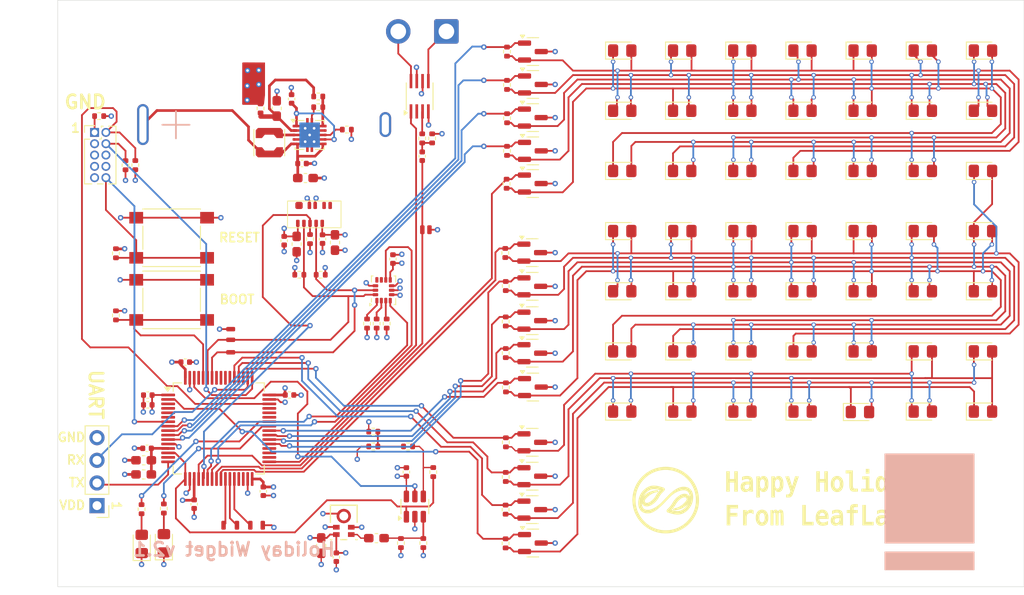
<source format=kicad_pcb>
(kicad_pcb (version 20240108) (generator "pcbnew") (generator_version "8.0")
  (title_block (title "Holiday Widget V2.1") (date "2024-09-12") (rev "2.1") (company "LeafLabs"))
  (layers (0 "F.Cu" signal) (1 "In1.Cu" signal) (2 "In2.Cu" signal) (31 "B.Cu" signal) (34 "B.Paste" user) (35 "F.Paste" user) (36 "B.SilkS" user "B.Silkscreen") (37 "F.SilkS" user "F.Silkscreen") (38 "B.Mask" user) (39 "F.Mask" user) (44 "Edge.Cuts" user))
  (net 0 "")
  (net 1 "/GND")
  (net 2 "/VDD")
  (net 3 "/Power/VAUX")
  (net 4 "/Input and Output/AUDIO_OUT")
  (net 5 "Net-(C21-Pad2)")
  (net 6 "Net-(D1-A)")
  (net 7 "Net-(D2-A)")
  (net 8 "/I2C.SCL")
  (net 9 "/UART.TX")
  (net 10 "/UART.RX")
  (net 11 "/VDC_BAT")
  (net 12 "Net-(J7-Pin_1)")
  (net 13 "Net-(J7-Pin_2)")
  (net 14 "/Input and Output/LED Output/CTRL1")
  (net 15 "/Input and Output/LED Output/CTRL0")
  (net 16 "/Input and Output/LED Output/CTRL2")
  (net 17 "/Input and Output/LED Output/CTRL3")
  (net 18 "/Input and Output/LED Output1/CTRL0")
  (net 19 "/Input and Output/LED Output1/CTRL1")
  (net 20 "/Input and Output/LED Output1/CTRL2")
  (net 21 "/Input and Output/LED Output1/CTRL3")
  (net 22 "/mcu/SWDIO")
  (net 23 "/mcu/SWCLK")
  (net 26 "Net-(J33-VTref)")
  (net 27 "/mcu/nRST")
  (net 28 "Net-(U2-L)")
  (net 29 "/mcu/LED0")
  (net 30 "/mcu/LED1")
  (net 31 "/mcu/LED2")
  (net 32 "/mcu/LED3")
  (net 33 "/mcu/LED4")
  (net 34 "/mcu/LED5")
  (net 35 "/mcu/LED6")
  (net 36 "/mcu/LED7")
  (net 37 "/mcu/BOOT")
  (net 38 "Net-(U2-FB)")
  (net 39 "/I2C.SDA")
  (net 40 "/Sensors/VCNL4020_INT")
  (net 41 "Net-(U7-IN+)")
  (net 42 "/mcu/STAT_LED0")
  (net 43 "/mcu/STAT_LED1")
  (net 44 "Net-(U5-SCX)")
  (net 45 "/Input and Output/LED Output2/CTRL0")
  (net 46 "/Input and Output/LED Output2/CTRL1")
  (net 49 "Net-(U5-SDX)")
  (net 50 "Net-(U8-+)")
  (net 52 "/Input and Output/AUDIO_EN")
  (net 55 "Net-(U5-SDO{slash}SA0)")
  (net 56 "/Sensors/IMU_INT1")
  (net 57 "/Sensors/IMU_INT2")
  (net 64 "/Audio Amp/AUDIO_IN")
  (net 66 "Net-(R29-Pad2)")
  (net 67 "Net-(U8--)")
  (net 68 "/Audio Amp/AUDIO_OUT")
  (net 69 "/Audio Amp/AUDIO_AMP_EN")
  (net 70 "/Input and Output/LED Output2/CTRL2")
  (net 71 "/Input and Output/LED Output2/CTRL3")
  (net 74 "/mcu/LED8")
  (net 75 "/mcu/LED9")
  (net 76 "/mcu/LED10")
  (net 77 "/mcu/LED11")
  (net 78 "/mcu/LED12")
  (net 79 "/mcu/LED13")
  (net 80 "/Input and Output/LED Output/CTRL4")
  (net 81 "/Input and Output/LED Output1/CTRL4")
  (net 82 "Net-(U1-PB0)")
  (net 83 "Net-(U1-PB1)")
  (net 84 "Net-(U1-PB2)")
  (net 95 "Net-(U2-VOUT)")
  (net 96 "Net-(U2-PS)")
  (net 98 "/mcu/VDDA")
  (footprint "Button_Switch_SMD:SW_Push_1P1T_NO_6x6mm_H9.5mm" (layer "F.Cu") (at 139.975 97.75)
    (property "Reference" "SW1" (hide yes))
    (property "Value" "SW_Push")
  )
  (footprint "Capacitor_SMD:C_0402_1005Metric" (layer "F.Cu") (at 166.309308 124.024958 -90)
    (property "Reference" "C24" (hide yes))
    (property "Value" "100n")
  )
  (footprint "LED_SMD:LED_0805_2012Metric_Pad1.15x1.40mm_HandSolder" (layer "F.Cu") (at 217.508332 103.75)
    (property "Reference" "D62" (hide yes))
    (property "Value" "LED")
  )
  (footprint "LED_SMD:LED_0805_2012Metric_Pad1.15x1.40mm_HandSolder" (layer "F.Cu") (at 231 97)
    (property "Reference" "D84" (hide yes))
    (property "Value" "LED")
  )
  (footprint "Capacitor_SMD:C_0402_1005Metric" (layer "F.Cu") (at 153.2 115.388726)
    (property "Reference" "C8" (hide yes))
    (property "Value" "100n")
  )
  (footprint "Resistor_SMD:R_0402_1005Metric" (layer "F.Cu") (at 177.475159 120.701182 90)
    (property "Reference" "R33" (hide yes))
    (property "Value" "50")
  )
  (footprint "LED_SMD:LED_0805_2012Metric_Pad1.15x1.40mm_HandSolder" (layer "F.Cu") (at 231 76.75)
    (property "Reference" "D83" (hide yes))
    (property "Value" "LED")
  )
  (footprint "LED_SMD:LED_0805_2012Metric_Pad1.15x1.40mm_HandSolder" (layer "F.Cu") (at 197.25 83.5)
    (property "Reference" "D71" (hide yes))
    (property "Value" "LED")
  )
  (footprint "LED_SMD:LED_0805_2012Metric_Pad1.15x1.40mm_HandSolder" (layer "F.Cu") (at 217.2 117.3)
    (property "Reference" "D37" (hide yes))
    (property "Value" "LED")
  )
  (footprint "Capacitor_SMD:C_0603_1608Metric_Pad1.08x0.95mm_HandSolder" (layer "F.Cu") (at 136.8375 122.711363 180)
    (property "Reference" "C6" (hide yes))
    (property "Value" "1u")
  )
  (footprint "LED_SMD:LED_0805_2012Metric_Pad1.15x1.40mm_HandSolder" (layer "F.Cu") (at 204.016666 103.75)
    (property "Reference" "D22" (hide yes))
    (property "Value" "LED")
  )
  (footprint "Connector_Wire:SolderWire-1sqmm_1x02_P5.4mm_D1.4mm_OD2.7mm" (layer "F.Cu") (at 170.8 74.6 180)
    (property "Reference" "J7" (hide yes))
    (property "Value" "Speaker")
  )
  (footprint "Package_SON:Texas_S-PVSON-N10_ThermalVias" (layer "F.Cu") (at 155.456196 86.219048)
    (property "Reference" "U2" (hide yes))
    (property "Value" "TPS61200DRC")
  )
  (footprint "Resistor_SMD:R_0402_1005Metric" (layer "F.Cu") (at 135.9 89.6 90)
    (property "Reference" "R26" (hide yes))
    (property "Value" "100k")
  )
  (footprint "Capacitor_SMD:C_0402_1005Metric" (layer "F.Cu") (at 168.086329 88.6 90)
    (property "Reference" "C21" (hide yes))
    (property "Value" "100n")
  )
  (footprint "LED_SMD:LED_0805_2012Metric_Pad1.15x1.40mm_HandSolder" (layer "F.Cu") (at 210.762499 103.75)
    (property "Reference" "D21" (hide yes))
    (property "Value" "LED")
  )
  (footprint "Resistor_SMD:R_0402_1005Metric" (layer "F.Cu") (at 133.725 99.49 -90)
    (property "Reference" "R1" (hide yes))
    (property "Value" "10k")
  )
  (footprint "LED_SMD:LED_0805_2012Metric_Pad1.15x1.40mm_HandSolder" (layer "F.Cu") (at 210.762499 97)
    (property "Reference" "D8" (hide yes))
    (property "Value" "LED")
  )
  (footprint "Package_TO_SOT_SMD:SOT-23" (layer "F.Cu") (at 180.428799 99.417885)
    (property "Reference" "Q5" (hide yes))
    (property "Value" "MMBT3906")
  )
  (footprint "LED_SMD:LED_0805_2012Metric_Pad1.15x1.40mm_HandSolder" (layer "F.Cu") (at 190.525 90.25)
    (property "Reference" "D75" (hide yes))
    (property "Value" "LED")
  )
  (footprint "Resistor_SMD:R_0402_1005Metric" (layer "F.Cu") (at 169.325648 124.039927 90)
    (property "Reference" "R32" (hide yes))
    (property "Value" "1.8M")
  )
  (footprint "Package_TO_SOT_SMD:SOT-23" (layer "F.Cu") (at 180.4375 124.5)
    (property "Reference" "Q10" (hide yes))
    (property "Value" "MMBT3906")
  )
  (footprint "Resistor_SMD:R_0402_1005Metric" (layer "F.Cu") (at 177.553412 91.688625 90)
    (property "Reference" "R43" (hide yes))
    (property "Value" "50")
  )
  (footprint "Resistor_SMD:R_0402_1005Metric" (layer "F.Cu") (at 161.9 107.374946 90)
    (property "Reference" "R38" (hide yes))
    (property "Value" "0")
  )
  (footprint "Package_TO_SOT_SMD:SOT-23" (layer "F.Cu") (at 180.4375 128.25)
    (property "Reference" "Q11" (hide yes))
    (property "Value" "MMBT3906")
  )
  (footprint "LED_SMD:LED_0805_2012Metric_Pad1.15x1.40mm_HandSolder" (layer "F.Cu") (at 197.270833 103.75)
    (property "Reference" "D72" (hide yes))
    (property "Value" "LED")
  )
  (footprint "Resistor_SMD:R_0402_1005Metric" (layer "F.Cu") (at 133.725 106.457923 90)
    (property "Reference" "R3" (hide yes))
    (property "Value" "10k")
  )
  (footprint "Leaf_Jumper:TestPoint_0.5mm_1mm" (layer "F.Cu") (at 147.3 130 180)
    (property "Reference" "TP2" (hide yes))
    (property "Value" "TestPoint")
  )
  (footprint "LED_SMD:LED_0805_2012Metric_Pad1.15x1.40mm_HandSolder" (layer "F.Cu") (at 224.254165 117.25)
    (property "Reference" "D35" (hide yes))
    (property "Value" "LED")
  )
  (footprint "Resistor_SMD:R_0402_1005Metric" (layer "F.Cu") (at 177.599818 76.865514 90)
    (property "Reference" "R15" (hide yes))
    (property "Value" "50")
  )
  (footprint "Capacitor_SMD:C_0402_1005Metric" (layer "F.Cu") (at 158.45 133.5875 -90)
    (property "Reference" "C12" (hide yes))
    (property "Value" "1n")
  )
  (footprint "LED_SMD:LED_0805_2012Metric_Pad1.15x1.40mm_HandSolder" (layer "F.Cu") (at 210.75 90.25)
    (property "Reference" "D11" (hide yes))
    (property "Value" "LED")
  )
  (footprint "Resistor_SMD:R_0402_1005Metric" (layer "F.Cu") (at 164.1 107.374946 90)
    (property "Reference" "R23" (hide yes))
    (property "Value" "0")
  )
  (footprint "Package_TO_SOT_SMD:SOT-23" (layer "F.Cu") (at 180.4375 120.7)
    (property "Reference" "Q9" (hide yes))
    (property "Value" "MMBT3906")
  )
  (footprint "Resistor_SMD:R_0402_1005Metric" (layer "F.Cu") (at 177.60461 84.340525 90)
    (property "Reference" "R17" (hide yes))
    (property "Value" "50")
  )
  (footprint "Resistor_SMD:R_0402_1005Metric" (layer "F.Cu") (at 162.599039 121.161539 180)
    (property "Reference" "R30" (hide yes))
    (property "Value" "200k")
  )
  (footprint "Resistor_SMD:R_0402_1005Metric" (layer "F.Cu") (at 177.6 80.6 90)
    (property "Reference" "R16" (hide yes))
    (property "Value" "50")
  )
  (footprint "LED_SMD:LED_0805_2012Metric_Pad1.15x1.40mm_HandSolder" (layer "F.Cu") (at 204 90.25)
    (property "Reference" "D13" (hide yes))
    (property "Value" "LED")
  )
  (footprint "Capacitor_SMD:C_0603_1608Metric_Pad1.08x0.95mm_HandSolder" (layer "F.Cu") (at 162.95 131.45)
    (property "Reference" "C22" (hide yes))
    (property "Value" "10u")
  )
  (footprint "Package_LGA:LGA-14_3x2.5mm_P0.5mm_LayoutBorder3x4y" (layer "F.Cu") (at 163.75 103.6375 90)
    (property "Reference" "U5" (hide yes))
    (property "Value" "LSM6DSM")
  )
  (footprint "LED_SMD:LED_0805_2012Metric_Pad1.15x1.40mm_HandSolder" (layer "F.Cu") (at 197.270833 110.5)
    (property "Reference" "D15" (hide yes))
    (property "Value" "LED")
  )
  (footprint "Resistor_SMD:R_0402_1005Metric" (layer "F.Cu") (at 149.95 83.2375 90)
    (property "Reference" "R14" (hide yes))
    (property "Value" "0")
  )
  (footprint "Leaf_Jumper:TestPoint_0.5mm_1mm" (layer "F.Cu") (at 168.1 96.847487)
    (property "Reference" "TP5" (hide yes))
    (property "Value" "TestPoint")
  )
  (footprint "Connector_PinHeader_2.54mm:PinHeader_1x04_P2.54mm_Vertical" (layer "F.Cu") (at 131.6 127.8 180)
    (property "Reference" "J2" (hide yes))
    (property "Value" "UART")
  )
  (footprint "Package_QFP:LQFP-64_10x10mm_P0.5mm" (layer "F.Cu") (at 145.257934 119.138726)
    (property "Reference" "U1" (hide yes))
    (property "Value" "STM32L072RBTx")
  )
  (footprint "LED_SMD:LED_0805_2012Metric_Pad1.15x1.40mm_HandSolder" (layer "F.Cu") (at 204 76.75)
    (property "Reference" "D9" (hide yes))
    (property "Value" "LED")
  )
  (footprint "Capacitor_SMD:C_0603_1608Metric_Pad1.08x0.95mm_HandSolder" (layer "F.Cu") (at 154 98.461269 -90)
    (property "Reference" "C16" (hide yes))
    (property "Value" "22u")
  )
  (footprint "LED_SMD:LED_0805_2012Metric_Pad1.15x1.40mm_HandSolder" (layer "F.Cu") (at 224.254165 110.5)
    (property "Reference" "D32" (hide yes))
    (property "Value" "LED")
  )
  (footprint "Resistor_SMD:R_0402_1005Metric" (layer "F.Cu") (at 177.441674 128.252047 90)
    (property "Reference" "R35" (hide yes))
    (property "Value" "50")
  )
  (footprint "LED_SMD:LED_0805_2012Metric_Pad1.15x1.40mm_HandSolder" (layer "F.Cu") (at 210.75 76.75)
    (property "Reference" "D7" (hide yes))
    (property "Value" "LED")
  )
  (footprint "Leaf_Microphone:RHLGA5_3P5X2P65X0P98_STM" (layer "F.Cu") (at 159.2875 129.6866 -90)
    (property "Reference" "U4" (hide yes))
    (property "Value" "IMP23ABSU")
  )
  (footprint "Package_TO_SOT_SMD:SOT-23" (layer "F.Cu") (at 180.503535 76.859541)
    (property "Reference" "Q1" (hide yes))
    (property "Value" "MMBT3906")
  )
  (footprint "LED_SMD:LED_0805_2012Metric_Pad1.15x1.40mm_HandSolder" (layer "F.Cu") (at 204.016666 117.25)
    (property "Reference" "D30" (hide yes))
    (property "Value" "LED")
  )
  (footprint "Capacitor_SMD:C_0402_1005Metric" (layer "F.Cu") (at 153.431196 82.176457 90)
    (property "Reference" "C10" (hide yes))
    (property "Value" "100n")
  )
  (footprint "Capacitor_SMD:C_0402_1005Metric" (layer "F.Cu") (at 137.3 116.497983 180)
    (property "Reference" "C1" (hide yes))
    (property "Value" "4.7u")
  )
  (footprint "LED_SMD:LED_0805_2012Metric_Pad1.15x1.40mm_HandSolder" (layer "F.Cu") (at 224.25 83.5)
    (property "Reference" "D24" (hide yes))
    (property "Value" "LED")
  )
  (footprint "LED_SMD:LED_0805_2012Metric_Pad1.15x1.40mm_HandSolder" (layer "F.Cu") (at 224.254165 103.75)
    (property "Reference" "D27" (hide yes))
    (property "Value" "LED")
  )
  (footprint "Package_TO_SOT_SMD:SOT-23" (layer "F.Cu") (at 180.503357 80.550406)
    (property "Reference" "Q2" (hide yes))
    (property "Value" "MMBT3906")
  )
  (footprint "Package_TO_SOT_SMD:SOT-23" (layer "F.Cu") (at 180.48923 91.667811)
    (property "Reference" "Q18" (hide yes))
    (property "Value" "MMBT3906")
  )
  (footprint "Resistor_SMD:R_0402_1005Metric" (layer "F.Cu") (at 165.7 132 -90)
    (property "Reference" "R28" (hide yes))
    (property "Value" "200k")
  )
  (footprint "Resistor_SMD:R_0402_1005Metric" (layer "F.Cu") (at 136.6 128.2 -90)
    (property "Reference" "R12" (hide yes))
    (property "Value" "120")
  )
  (footprint "LED_SMD:LED_0805_2012Metric_Pad1.15x1.40mm_HandSolder" (layer "F.Cu") (at 231 117.25)
    (property "Reference" "D34" (hide yes))
    (property "Value" "LED")
  )
  (footprint "Package_TO_SOT_SMD:SOT-23" (layer "F.Cu") (at 180.48923 84.267811)
    (property "Reference" "Q3" (hide yes))
    (property "Value" "MMBT3906")
  )
  (footprint "Resistor_SMD:R_0402_1005Metric" (layer "F.Cu") (at 177.458074 110.688102 90)
    (property "Reference" "R22" (hide yes))
    (property "Value" "50")
  )
  (footprint "LED_SMD:LED_0805_2012Metric_Pad1.15x1.40mm_HandSolder" (layer "F.Cu") (at 204 83.5)
    (property "Reference" "D19" (hide yes))
    (property "Value" "LED")
  )
  (footprint "LED_SMD:LED_0805_2012Metric_Pad1.15x1.40mm_HandSolder" (layer "F.Cu") (at 136.620877 132.100876 90)
    (property "Reference" "D2" (hide yes))
    (property "Value" "LED")
  )
  (footprint "LED_SMD:LED_0805_2012Metric_Pad1.15x1.40mm_HandSolder" (layer "F.Cu") (at 217.508332 97)
    (property "Reference" "D60" (hide yes))
    (property "Value" "LED")
  )
  (footprint "Leaf_Jumper:TestPoint_0.5mm_1mm" (layer "F.Cu") (at 168.9 96.847487 180)
    (property "Reference" "TP10" (hide yes))
    (property "Value" "TestPoint")
  )
  (footprint "Leaf_Mechanical:leaf_logo_small" (layer "F.Cu") (at 195.4 127.2)
    (property "Reference" "G***" (hide yes))
    (property "Value" "LOGO" (hide yes))
  )
  (footprint "Package_TO_SOT_SMD:SOT-23" (layer "F.Cu") (at 180.5 88)
    (property "Reference" "Q4" (hide yes))
    (property "Value" "MMBT3906")
  )
  (footprint "Resistor_SMD:R_0402_1005Metric" (layer "F.Cu") (at 166.5 121.161539)
    (property "Reference" "R31" (hide yes))
    (property "Value" "100k")
  )
  (footprint "LED_SMD:LED_0805_2012Metric_Pad1.15x1.40mm_HandSolder" (layer "F.Cu") (at 197.270833 117.25)
    (property "Reference" "D31" (hide yes))
    (property "Value" "LED")
  )
  (footprint "Leaf_Jumper:TestPoint_0.5mm_1mm" (layer "F.Cu") (at 146.6 109.2 -90)
    (property "Reference" "TP8" (hide yes))
    (property "Value" "TestPoint")
  )
  (footprint "Capacitor_SMD:C_0603_1608Metric_Pad1.08x0.95mm_HandSolder" (layer "F.Cu") (at 136.8375 124.3)
    (property "Reference" "FB1" (hide yes))
    (property "Value" "FerriteBead")
  )
  (footprint "LED_SMD:LED_0805_2012Metric_Pad1.15x1.40mm_HandSolder" (layer "F.Cu") (at 204.016666 110.5)
    (property "Reference" "D16" (hide yes))
    (property "Value" "LED")
  )
  (footprint "Resistor_SMD:R_0402_1005Metric" (layer "F.Cu") (at 156.421196 83.1 180)
    (property "Reference" "R5" (hide yes))
    (property "Value" "180k")
  )
  (footprint "Resistor_SMD:R_0402_1005Metric" (layer "F.Cu") (at 156.7 101.9 180)
    (property "Reference" "R7" (hide yes))
    (property "Value" "10k")
  )
  (footprint "Capacitor_SMD:C_0402_1005Metric" (layer "F.Cu") (at 164.8 100.1375 90)
    (property "Reference" "C14" (hide yes))
    (property "Value" "100n")
  )
  (footprint "Capacitor_SMD:C_0402_1005Metric" (layer "F.Cu") (at 154.6 89.420914)
    (property "Reference" "C9" (hide yes))
    (property "Value" "4.7u")
  )
  (footprint "Leaf_Jumper:TestPoint_0.5mm_1mm" (layer "F.Cu") (at 148.8 130 180)
    (property "Reference" "TP3" (hide yes))
    (property "Value" "TestPoint")
  )
  (footprint "LED_SMD:LED_0805_2012Metric_Pad1.15x1.40mm_HandSolder" (layer "F.Cu") (at 190.525 83.5)
    (property "Reference" "D17" (hide yes))
    (property "Value" "LED")
  )
  (footprint "LED_SMD:LED_0805_2012Metric_Pad1.15x1.40mm_HandSolder" (layer "F.Cu") (at 190.525 117.25)
    (property "Reference" "D29" (hide yes))
    (property "Value" "LED")
  )
  (footprint "LED_SMD:LED_0805_2012Metric_Pad1.15x1.40mm_HandSolder" (layer "F.Cu") (at 190.525 110.5)
    (property "Reference" "D76" (hide yes))
    (property "Value" "LED")
  )
  (footprint "Button_Switch_SMD:SW_Push_1P1T_NO_6x6mm_H9.5mm" (layer "F.Cu") (at 139.975 104.717923 180)
    (property "Reference" "SW4" (hide yes))
    (property "Value" "SW_Push")
  )
  (footprint "Package_SO:SSOP-8_2.95x2.8mm_P0.65mm" (layer "F.Cu") (at 167.8 81.875 90)
    (property "Reference" "U7" (hide yes))
    (property "Value" "PAM8302AAD")
  )
  (footprint "LED_SMD:LED_0805_2012Metric_Pad1.15x1.40mm_HandSolder" (layer "F.Cu") (at 210.762499 117.25)
    (property "Reference" "D36" (hide yes))
    (property "Value" "LED")
  )
  (footprint "Capacitor_SMD:C_0402_1005Metric" (layer "F.Cu") (at 152.6 98.078769 -90)
    (property "Reference" "C17" (hide yes))
    (property "Value" "100n")
  )
  (footprint "Resistor_SMD:R_0402_1005Metric" (layer "F.Cu") (at 131.84 84.1 180)
    (property "Reference" "R24" (hide yes))
    (property "Value" "0")
  )
  (footprint "LED_SMD:LED_0805_2012Metric_Pad1.15x1.40mm_HandSolder" (layer "F.Cu") (at 190.525 103.75)
    (property "Reference" "D20" (hide yes))
    (property "Value" "LED")
  )
  (footprint "Capacitor_SMD:C_0402_1005Metric" (layer "F.Cu") (at 137.213448 121.373603 180)
    (property "Reference" "C7" (hide yes))
    (property "Value" "100n")
  )
  (footprint "Leaf_Jumper:TestPoint_0.5mm_1mm" (layer "F.Cu") (at 150.2 130 180)
    (property "Reference" "TP6" (hide yes))
    (property "Value" "TestPoint")
  )
  (footprint "Capacitor_SMD:C_0402_1005Metric" (layer "F.Cu") (at 156.9 97.9 -90)
    (property "Reference" "C20" (hide yes))
    (property "Value" "100n")
  )
  (footprint "Resistor_SMD:R_0402_1005Metric" (layer "F.Cu") (at 155.5 97.9 90)
    (property "Reference" "R8" (hide yes))
    (property "Value" "10k")
  )
  (footprint "Resistor_SMD:R_0402_1005Metric" (layer "F.Cu") (at 177.458074 107.144051 90)
    (property "Reference" "R21" (hide yes))
    (property "Value" "50")
  )
  (footprint "holiday-widget:VCNL4020_SMD" (layer "F.Cu") (at 153.479124 95.127672)
    (property "Reference" "U6" (hide yes))
    (property "Value" "VCNL_4020")
  )
  (footprint "LED_SMD:LED_0805_2012Metric_Pad1.15x1.40mm_HandSolder" (layer "F.Cu") (at 217.508332 110.5)
    (property "Reference" "D28" (hide yes))
    (property "Value" "LED")
  )
  (footprint "MountingHole:MountingHole_2.2mm_M2" (layer "F.Cu") (at 130.2 133.8)
    (property "Reference" "REF**" (hide yes))
    (property "Value" "MountingHole_2.2mm_M2")
  )
  (footprint "LED_SMD:LED_0805_2012Metric_Pad1.15x1.40mm_HandSolder" (layer "F.Cu") (at 224.25 76.75)
    (property "Reference" "D58" (hide yes))
    (property "Value" "LED")
  )
  (footprint "Resistor_SMD:R_0402_1005Metric" (layer "F.Cu") (at 139.1 128.125 -90)
    (property "Reference" "R11" (hide yes))
    (property "Value" "120")
  )
  (footprint "Resistor_SMD:R_0402_1005Metric" (layer "F.Cu") (at 177.478798 114.536036 90)
    (property "Reference" "R44" (hide yes))
    (property "Value" "50")
  )
  (footprint "Resistor_SMD:R_0402_1005Metric" (layer "F.Cu") (at 177.40605 99.458143 90)
    (property "Reference" "R19" (hide yes))
    (property "Value" "50")
  )
  (footprint "Leaf_Jumper:TestPoint_0.5mm_1mm" (layer "F.Cu") (at 145.8 130 180)
    (property "Reference" "TP1" (hide yes))
    (property "Value" "TestPoint")
  )
  (footprint "Capacitor_SMD:C_0402_1005Metric" (layer "F.Cu") (at 141.5 111.7)
    (property "Reference" "C5" (hide yes))
    (property "Value" "100n")
  )
  (footprint "Package_TO_SOT_SMD:SOT-23" (layer "F.Cu") (at 180.4375 107.05)
    (property "Reference" "Q7" (hide yes))
    (property "Value" "MMBT3906")
  )
  (footprint "Resistor_SMD:R_0402_1005Metric" (layer "F.Cu") (at 177.458074 103.166034 90)
    (property "Reference" "R20" (hide yes))
    (property "Value" "50")
  )
  (footprint "Resistor_SMD:R_0402_1005Metric" (layer "F.Cu") (at 154.3 101.9)
    (property "Reference" "R6" (hide yes))
    (property "Value" "10k")
  )
  (footprint "Resistor_SMD:R_0402_1005Metric" (layer "F.Cu") (at 177.441674 132.03585 90)
    (property "Reference" "R36" (hide yes))
    (property "Value" "50")
  )
  (footprint "LED_SMD:LED_0805_2012Metric_Pad1.15x1.40mm_HandSolder" (layer "F.Cu") (at 204.016666 97)
    (property "Reference" "D10" (hide yes))
    (property "Value" "LED")
  )
  (footprint "LED_SMD:LED_0805_2012Metric_Pad1.15x1.40mm_HandSolder" (layer "F.Cu") (at 231 83.5)
    (property "Reference" "D23" (hide yes))
    (property "Value" "LED")
  )
  (footprint "Capacitor_SMD:C_0603_1608Metric_Pad1.08x0.95mm_HandSolder" (layer "F.Cu") (at 158.3 98.2825 -90)
    (property "Reference" "C19" (hide yes))
    (property "Value" "10u")
  )
  (footprint "Capacitor_SMD:C_0402_1005Metric" (layer "F.Cu") (at 142.5 127.6375 -90)
    (property "Reference" "C3" (hide yes))
    (property "Value" "100n")
  )
  (footprint "Package_TO_SOT_SMD:SOT-23" (layer "F.Cu") (at 180.4375 103.2)
    (property "Reference" "Q6" (hide yes))
    (property "Value" "MMBT3906")
  )
  (footprint "Resistor_SMD:R_0402_1005Metric" (layer "F.Cu") (at 177.6 88 90)
    (property "Reference" "R18" (hide yes))
    (property "Value" "50")
  )
  (footprint "LED_SMD:LED_0805_2012Metric_Pad1.15x1.40mm_HandSolder" (layer "F.Cu") (at 210.75 83.5)
    (property "Reference" "D18" (hide yes))
    (property "Value" "LED")
  )
  (footprint "LED_SMD:LED_0805_2012Metric_Pad1.15x1.40mm_HandSolder" (layer "F.Cu") (at 210.762499 110.5)
    (property "Reference" "D14" (hide yes))
    (property "Value" "LED")
  )
  (footprint "LED_SMD:LED_0805_2012Metric_Pad1.15x1.40mm_HandSolder" (layer "F.Cu") (at 231 110.5)
    (property "Reference" "D33" (hide yes))
    (property "Value" "LED")
  )
  (footprint "LED_SMD:LED_0805_2012Metric_Pad1.15x1.40mm_HandSolder" (layer "F.Cu") (at 139.105159 132.025876 90)
    (property "Reference" "D1" (hide yes))
    (property "Value" "LED")
  )
  (footprint "LED_SMD:LED_0805_2012Metric_Pad1.15x1.40mm_HandSolder" (layer "F.Cu") (at 190.525 97)
    (property "Reference" "D68" (hide yes))
    (property "Value" "LED")
  )
  (footprint "Resistor_SMD:R_0402_1005Metric" (layer "F.Cu") (at 134.8 89.6125 -90)
    (property "Reference" "R25" (hide yes))
    (property "Value" "100k")
  )
  (footprint "Resistor_SMD:R_0402_1005Metric" (layer "F.Cu") (at 159.629735 85.614402)
    (property "Reference" "R13" (hide yes))
    (property "Value" "0")
  )
  (footprint "Leaf_Jumper:TestPoint_0.5mm_1mm" (layer "F.Cu") (at 146.6 108 -90)
    (property "Reference" "TP9" (hide yes))
    (property "Value" "TestPoint")
  )
  (footprint "Leaf_Jumper:TestPoint_0.5mm_1mm" (layer "F.Cu") (at 146.6 110.6 -90)
    (property "Reference" "TP7" (hide yes))
    (property "Value" "TestPoint")
  )
  (footprint "LED_SMD:LED_0805_2012Metric_Pad1.15x1.40mm_HandSolder" (layer "F.Cu") (at 224.254165 97)
    (property "Reference" "D61" (hide yes))
    (property "Value" "LED")
  )
  (footprint "Package_TO_SOT_SMD:SOT-23-6" (layer "F.Cu") (at 167.261539 127.911539 90)
    (property "Reference" "U8" (hide yes))
    (property "Value" "OPA504")
  )
  (footprint "LED_SMD:LED_0805_2012Metric_Pad1.15x1.40mm_HandSolder" (layer "F.Cu") (at 217.5 76.75)
    (property "Reference" "D57" (hide yes))
    (property "Value" "LED")
  )
  (footprint "Resistor_SMD:R_0402_1005Metric" (layer "F.Cu") (at 168.086329 86.6 90)
    (property "Reference" "R9" (hide yes))
    (property "Value" "0")
  )
  (footprint "Capacitor_SMD:C_0402_1005Metric" (layer "F.Cu") (at 137.3 115.4 180)
    (property "Reference" "C2" (hide yes))
    (property "Value" "100n")
  )
  (footprint "Resistor_SMD:R_0402_1005Metric" (layer "F.Cu") (at 169.2 86.6 90)
    (property "Reference" "R10" (hide yes))
    (property "Value" "100k")
  )
  (footprint "Capacitor_SMD:C_0402_1005Metric" (layer "F.Cu") (at 150.259409 126.18874 -90)
    (property "Reference" "C4" (hide yes))
    (property "Value" "100n")
  )
  (footprint "LED_SMD:LED_0805_2012Metric_Pad1.15x1.40mm_HandSolder" (layer "F.Cu") (at 217.5 90.25)
    (property "Reference" "D25" (hide yes))
    (property "Value" "LED")
  )
  (footprint "Resistor_SMD:R_0402_1005Metric" (layer "F.Cu") (at 177.458416 124.585441 90)
    (property "Reference" "R34" (hide yes))
    (property "Value" "50")
  )
  (footprint "LED_SMD:LED_0805_2012Metric_Pad1.15x1.40mm_HandSolder" (layer "F.Cu") (at 224.25 90.25)
    (property "Reference" "D79" (hide yes))
    (property "Value" "LED")
  )
  (footprint "LED_SMD:LED_0805_2012Metric_Pad1.15x1.40mm_HandSolder" (layer "F.Cu") (at 197.25 90.25)
    (property "Reference" "D12" (hide yes))
    (property "Value" "LED")
  )
  (footprint "Capacitor_SMD:C_0603_1608Metric_Pad1.08x0.95mm_HandSolder" (layer "F.Cu") (at 154.9875 91.05)
    (property "Reference" "C23" (hide yes))
    (property "Value" "10u")
  )
  (footprint "LED_SMD:LED_0805_2012Metric_Pad1.15x1.40mm_HandSolder" (layer "F.Cu") (at 197.25 76.75)
    (property "Reference" "D5" (hide yes))
    (property "Value" "LED")
  )
  (footprint "Resistor_SMD:R_0402_1005Metric" (layer "F.Cu") (at 162.598188 119.5)
    (property "Reference" "R29" (hide yes))
    (property "Value" "200k")
  )
  (footprint "Resistor_SMD:R_0402_1005Metric" (layer "F.Cu") (at 162.973567 107.374946 90)
    (property "Reference" "R37" (hide yes))
    (property "Value" "0")
  )
  (footprint "Capacitor_SMD:C_0603_1608Metric_Pad1.08x0.95mm_HandSolder" (layer "F.Cu") (at 151.765924 83.241839 90)
    (property "Reference" "C11" (hide yes))
    (property "Value" "10u")
  )
  (footprint "Package_TO_SOT_SMD:SOT-23" (layer "F.Cu") (at 180.5 132)
    (property "Reference" "Q12" (hide yes))
    (property "Value" "MMBT3906")
  )
  (footprint "Inductor_SMD:L_Coilcraft_LPS3010" (layer "F.Cu") (at 150.931196 87.07839 90)
    (property "Reference" "L1" (hide yes))
    (property "Value" "LPS3015-222ML")
  )
  (footprint "Resistor_SMD:R_0402_1005Metric" (layer "F.Cu") (at 156.421196 81.9)
    (property "Reference" "R4" (hide yes))
    (property "Value" "1M")
  )
  (footprint "MountingHole:MountingHole_2.2mm_M2" (layer "F.Cu") (at 130.2 74)
    (property "Reference" "REF**" (hide yes))
    (property "Value" "MountingHole_2.2mm_M2")
  )
  (footprint "LED_SMD:LED_0805_2012Metric_Pad1.15x1.40mm_HandSolder" (layer "F.Cu") (at 231 103.75)
    (property "Reference" "D80" (hide yes))
    (property "Value" "LED")
  )
  (footprint "LED_SMD:LED_0805_2012Metric_Pad1.15x1.40mm_HandSolder" (layer "F.Cu") (at 231 90.25)
    (property "Reference" "D26" (hide yes))
    (property "Value" "LED")
  )
  (footprint "Connector_PinHeader_1.27mm:PinHeader_2x05_P1.27mm_Vertical" (layer "F.Cu") (at 131.33 85.93)
    (property "Reference" "J33" (hide yes))
    (property "Value" "Conn_ARM_JTAG_SWD_10")
  )
  (footprint "LED_SMD:LED_0805_2012Metric_Pad1.15x1.40mm_HandSolder" (layer "F.Cu") (at 197.270833 97)
    (property "Reference" "D6" (hide yes))
    (property "Value" "LED")
  )
  (footprint "Resistor_SMD:R_0402_1005Metric" (layer "F.Cu") (at 168.211539 132 90)
    (property "Reference" "R27" (hide yes))
    (property "Value" "200k")
  )
  (footprint "Package_TO_SOT_SMD:SOT-23" (layer "F.Cu") (at 180.4375 110.7)
    (property "Reference" "Q8" (hide yes))
    (property "Value" "MMBT3906")
  )
  (footprint "LED_SMD:LED_0805_2012Metric_Pad1.15x1.40mm_HandSolder" (layer "F.Cu") (at 190.525 76.75)
    (property "Reference" "D67" (hide yes))
    (property "Value" "LED")
  )
  (footprint "LED_SMD:LED_0805_2012Metric_Pad1.15x1.40mm_HandSolder" (layer "F.Cu") (at 217.5 83.5)
    (property "Reference" "D59" (hide yes))
    (property "Value" "LED")
  )
  (footprint "Capacitor_SMD:C_0603_1608Metric_Pad1.08x0.95mm_HandSolder" (layer "F.Cu") (at 156.75431 132.28912 -90)
    (property "Reference" "C13" (hide yes))
    (property "Value" "1u")
  )
  (footprint "Package_TO_SOT_SMD:SOT-23" (layer "F.Cu") (at 180.5 114.5)
    (property "Reference" "Q19" (hide yes))
    (property "Value" "MMBT3906")
  )
  (footprint "holiday-widget:MPD_BC2032-E2" (layer "B.Cu") (at 150.35 85.05)
    (property "Reference" "J4" (hide yes))
    (property "Value" "BATTERY POWER")
  )
  (gr_poly (pts (xy 150.238105 82.738023) (xy 147.988105 82.738023) (xy 147.995504 78.174368) (xy 150.35 78.186778) (xy 150.35 80.75) (xy 150.35 81.75)) (stroke (width 0.2)) (fill solid) (layer "F.Cu") (net 2))
  (gr_rect (start 220 122) (end 230 132) (stroke (width 0.1)) (fill solid) (layer "B.SilkS"))
  (gr_rect (start 220 133) (end 230 135) (stroke (width 0.1)) (fill solid) (layer "B.SilkS"))
  (gr_rect (start 127.2 71.1) (end 235.6 136.9) (stroke (width 0.05)) (fill none) (layer "Edge.Cuts"))
  (gr_text "Holiday Widget v2.1" (at 158.45 133.5875 0) (layer "B.SilkS") (effects (font (size 1.5 1.5) (thickness 0.3) (bold yes)) (justify left bottom mirror)))
  (gr_text "UART" (at 130.6 112.4 270) (layer "F.SilkS") (effects (font (size 1.5 1.5) (thickness 0.3) (bold yes)) (justify left bottom)))
  (gr_text "1" (at 133.2 127.2 -90) (layer "F.SilkS") (effects (font (size 1 1) (thickness 0.2) (bold yes)) (justify left bottom)))
  (gr_text "TX" (at 128.338095 125.7995 0) (layer "F.SilkS") (effects (font (size 1 1) (thickness 0.2) (bold yes)) (justify left bottom)))
  (gr_text "1" (at 128.583289 86.020074 0) (layer "F.SilkS") (effects (font (size 1 1) (thickness 0.2) (bold yes)) (justify left bottom)))
  (gr_text "RX" (at 128.1 123.2595 0) (layer "F.SilkS") (effects (font (size 1 1) (thickness 0.2) (bold yes)) (justify left bottom)))
  (gr_text "Happy Holidays\nFrom LeafLabs!" (at 202 130.4 0) (layer "F.SilkS") (effects (font (size 2.25 2) (thickness 0.4) (bold yes)) (justify left bottom)))
  (gr_text "BOOT" (at 145.25 105.25 0) (layer "F.SilkS") (effects (font (size 1 1) (thickness 0.2) (bold yes)) (justify left bottom)))
  (gr_text "VDD" (at 127.257143 128.3395 0) (layer "F.SilkS") (effects (font (size 1 1) (thickness 0.2) (bold yes)) (justify left bottom)))
  (gr_text "GND" (at 127.066667 120.7195 0) (layer "F.SilkS") (effects (font (size 1 1) (thickness 0.2) (bold yes)) (justify left bottom)))
  (gr_text "GND" (at 127.8 83.4 0) (layer "F.SilkS") (effects (font (size 1.5 1.5) (thickness 0.3) (bold yes)) (justify left bottom)))
  (gr_text "RESET" (at 145.181878 98.310174 0) (layer "F.SilkS") (effects (font (size 1 1) (thickness 0.2) (bold yes)) (justify left bottom)))
  (segment (start 136.82 115.4) (end 136.82 116.497983) (width 0.2) (layer "F.Cu") (net 1))
  (segment (start 140.8 121.2) (end 140.701618 121.2) (width 0.2) (layer "F.Cu") (net 1))
  (segment (start 160.8 122.6) (end 160.8 121.6) (width 0.15) (layer "F.Cu") (net 1))
  (segment (start 183 107.05) (end 181.375 107.05) (width 0.2) (layer "F.Cu") (net 1))
  (segment (start 136.82 117.28) (end 136.8 117.3) (width 0.2) (layer "F.Cu") (net 1))
  (segment (start 135.975 122.711363) (end 134.775688 122.711363) (width 0.3) (layer "F.Cu") (net 1))
  (segment (start 142.007934 125.992066) (end 142.007934 124.813726) (width 0.2) (layer "F.Cu") (net 1))
  (segment (start 153.68 115.388726) (end 154.488726 115.388726) (width 0.2) (layer "F.Cu") (net 1))
  (segment (start 134.7 106.1) (end 134.644416 106.044416) (width 0.2) (layer "F.Cu") (net 1))
  (segment (start 164.6625 103.1375) (end 165.0625 103.1375) (width 0.2) (layer "F.Cu") (net 1))
  (segment (start 161.238461 121.161539) (end 162.089039 121.161539) (width 0.15) (layer "F.Cu") (net 1))
  (segment (start 156.931196 85.719048) (end 156.206196 85.719048) (width 0.2) (layer "F.Cu") (net 1))
  (segment (start 142.5 129.1) (end 142.5 128.1175) (width 0.2) (layer "F.Cu") (net 1))
  (segment (start 183 114.5) (end 181.4375 114.5) (width 0.2) (layer "F.Cu") (net 1))
  (segment (start 152.2 116.2) (end 151.888726 115.888726) (width 0.2) (layer "F.Cu") (net 1))
  (segment (start 183 103.2) (end 181.375 103.2) (width 0.2) (layer "F.Cu") (net 1))
  (segment (start 155.08 89.420914) (end 155.979086 89.420914) (width 0.3) (layer "F.Cu") (net 1))
  (segment (start 141.6 126.4) (end 142.007934 125.992066) (width 0.2) (layer "F.Cu") (net 1))
  (segment (start 134.7 105.947923) (end 133.725 105.947923) (width 0.2) (layer "F.Cu") (net 1))
  (segment (start 156.079124 94.127672) (end 156.079124 93.412504) (width 0.2) (layer "F.Cu") (net 1))
  (segment (start 155.429124 93.564932) (end 155.17791 93.313718) (width 0.2) (layer "F.Cu") (net 1))
  (segment (start 168.8 84.231903) (end 168.8 85.1) (width 0.2) (layer "F.Cu") (net 1))
  (segment (start 158.45 135) (end 158.45 134.0675) (width 0.15) (layer "F.Cu") (net 1))
  (segment (start 151.2 130) (end 151.45 130.25) (width 0.2) (layer "F.Cu") (net 1))
  (segment (start 156.95 128.7) (end 158.712172 128.7) (width 0.2) (layer "F.Cu") (net 1))
  (segment (start 164.8 99.6575) (end 165.7425 99.6575) (width 0.2) (layer "F.Cu") (net 1))
  (segment (start 153.981196 86.719048) (end 154.871196 86.719048) (width 0.2) (layer "F.Cu") (net 1))
  (segment (start 169.2 86.09) (end 170.292631 86.09) (width 0.2) (layer "F.Cu") (net 1))
  (segment (start 155.429124 94.127672) (end 155.429124 93.564932) (width 0.2) (layer "F.Cu") (net 1))
  (segment (start 167.261539 130.373078) (end 167.261539 129.049039) (width 0.15) (layer "F.Cu") (net 1))
  (segment (start 140.390344 120.888726) (end 139.582934 120.888726) (width 0.2) (layer "F.Cu") (net 1))
  (segment (start 183 124.5) (end 181.375 124.5) (width 0.2) (layer "F.Cu") (net 1))
  (segment (start 142.745088 111.7) (end 142.0625 111.7) (width 0.2) (layer "F.Cu") (net 1))
  (segment (start 143.95 95.5) (end 145.5 95.5) (width 0.2) (layer "F.Cu") (net 1))
  (segment (start 156.206196 85.719048) (end 155.956196 85.469048) (width 0.2) (layer "F.Cu") (net 1))
  (segment (start 150.2 130) (end 151.2 130) (width 0.2) (layer "F.Cu") (net 1))
  (segment (start 160.139735 85.614402) (end 160.139735 86.7) (width 0.2) (layer "F.Cu") (net 1))
  (segment (start 164.6625 103.6375) (end 165.3625 103.6375) (width 0.2) (layer "F.Cu") (net 1))
  (segment (start 183 110.7) (end 181.375 110.7) (width 0.2) (layer "F.Cu") (net 1))
  (segment (start 159.42791 99.145) (end 158.3 99.145) (width 0.2) (layer "F.Cu") (net 1))
  (segment (start 135.825651 121.373603) (end 135.8 121.347952) (width 0.3) (layer "F.Cu") (net 1))
  (segment (start 164.094941 107.825962) (end 164.094941 108.908472) (width 0.2) (layer "F.Cu") (net 1))
  (segment (start 183 84.267811) (end 181.42673 84.267811) (width 0.2) (layer "F.Cu") (net 1))
  (segment (start 183 88) (end 181.4375 88) (width 0.2) (layer "F.Cu") (net 1))
  (segment (start 161.894941 107.851016) (end 161.894941 108.994941) (width 0.2) (layer "F.Cu") (net 1))
  (segment (start 162.968508 108.912083) (end 162.994941 108.938516) (width 0.2) (layer "F.Cu") (net 1))
  (segment (start 139.1 133.9) (end 139.105159 133.894841) (width 0.2) (layer "F.Cu") (net 1))
  (segment (start 142.007934 114.792066) (end 142.007934 113.463726) (width 0.2) (layer "F.Cu") (net 1))
  (segment (start 136 95.5) (end 134.25 95.5) (width 0.2) (layer "F.Cu") (net 1))
  (segment (start 139.1 134.4) (end 139.1 133.9) (width 0.2) (layer "F.Cu") (net 1))
  (segment (start 142 114.8) (end 142.007934 114.792066) (width 0.2) (layer "F.Cu") (net 1))
  (segment (start 136.82 116.497983) (end 136.82 117.28) (width 0.2) (layer "F.Cu") (net 1))
  (segment (start 134.8 90.025) (end 134.8 91.3125) (width 0.2) (layer "F.Cu") (net 1))
  (segment (start 151.4 126.66874) (end 150.259409 126.66874) (width 0.2) (layer "F.Cu") (net 1))
  (segment (start 161.3 130.225) (end 160.125 130.225) (width 0.2) (layer "F.Cu") (net 1))
  (segment (start 165.3625 103.6375) (end 165.6 103.4) (width 0.2) (layer "F.Cu") (net 1))
  (segment (start 164.094941 108.908472) (end 164.124985 108.938516) (width 0.2) (layer "F.Cu") (net 1))
  (segment (start 156.9 98.38) (end 156.9 99.4) (width 0.2) (layer "F.Cu") (net 1))
  (segment (start 136.6 134.4) (end 136.6 133.146753) (width 0.2) (layer "F.Cu") (net 1))
  (segment (start 170.292631 86.09) (end 170.307267 86.075364) (width 0.2) (layer "F.Cu") (net 1))
  (segment (start 151.765924 81.334076) (end 151.765924 82.379339) (width 0.2) (layer "F.Cu") (net 1))
  (segment (start 155.911196 83.794402) (end 155.911196 83.1) (width 0.2) (layer "F.Cu") (net 1))
  (segment (start 152.7 116.2) (end 152.2 116.2) (width 0.2) (layer "F.Cu") (net 1))
  (segment (start 140.701618 121.2) (end 140.390344 120.888726) (width 0.2) (layer "F.Cu") (net 1))
  (segment (start 154.488726 115.388726) (end 154.5 115.4) (width 0.2) (layer "F.Cu") (net 1))
  (segment (start 183 99.417885) (end 181.366299 99.417885) (width 0.2) (layer "F.Cu") (net 1))
  (segment (start 148.5 126.4) (end 148.507934 126.392066) (width 0.2) (layer "F.Cu") (net 1))
  (segment (start 165.3 123.544958) (end 166.309308 123.544958) (width 0.15) (layer "F.Cu") (net 1))
  (segment (start 134.775688 122.711363) (end 134.713448 122.773603) (width 0.3) (layer "F.Cu") (net 1))
  (segment (start 139.105159 133.894841) (end 139.105159 133.050876) (width 0.2) (layer "F.Cu") (net 1))
  (segment (start 136.733448 121.373603) (end 135.825651 121.373603) (width 0.3) (layer "F.Cu") (net 1))
  (segment (start 155.979086 89.420914) (end 156 89.4) (width 0.3) (layer "F.Cu") (net 1))
  (segment (start 155.85 91.05) (end 157.1 91.05) (width 0.3) (layer "F.Cu") (net 1))
  (segment (start 165.7 133.4) (end 165.7 132.51) (width 0.15) (layer "F.Cu") (net 1))
  (segment (start 182.732189 91.667811) (end 181.42673 91.667811) (width 0.2) (layer "F.Cu") (net 1))
  (segment (start 167.3 130.411539) (end 167.261539 130.373078) (width 0.15) (layer "F.Cu") (net 1))
  (segment (start 148.507934 126.392066) (end 148.507934 124.813726) (width 0.2) (layer "F.Cu") (net 1))
  (segment (start 183 80.550406) (end 181.440857 80.550406) (width 0.2) (layer "F.Cu") (net 1))
  (segment (start 167.475 78.656903) (end 167.442733 78.624636) (width 0.2) (layer "F.Cu") (net 1))
  (segment (start 165.7425 99.6575) (end 165.8 99.6) (width 0.2) (layer "F.Cu") (net 1))
  (segment (start 169.8 96.847487) (end 168.9 96.847487) (width 0.2) (layer "F.Cu") (net 1))
  (segment (start 146.6 108) (end 145.35 108) (width 0.2) (layer "F.Cu") (net 1))
  (segment (start 161.894941 108.994941) (end 161.9 109) (width 0.2) (layer "F.Cu") (net 1))
  (segment (start 167.475 80.175) (end 167.475 78.656903) (width 0.2) (layer "F.Cu") (net 1))
  (segment (start 156.75431 134.4) (end 156.75431 133.15162) (width 0.15) (layer "F.Cu") (net 1))
  (segment (start 183 120.7) (end 181.375 120.7) (width 0.2) (layer "F.Cu") (net 1))
  (segment (start 152.6 98.558769) (end 152.6 99.3) (width 0.2) (layer "F.Cu") (net 1))
  (segment (start 165.0625 103.1375) (end 165.6 102.6) (width 0.2) (layer "F.Cu") (net 1))
  (segment (start 143.95 95.5) (end 136 95.5) (width 0.2) (layer "F.Cu") (net 1))
  (segment (start 154 100.3) (end 154 99.323769) (width 0.2) (layer "F.Cu") (net 1))
  (segment (start 183 76.859541) (end 181.441035 76.859541) (width 0.2) (layer "F.Cu") (net 1))
  (segment (start 160.8 121.6) (end 161.238461 121.161539) (width 0.15) (layer "F.Cu") (net 1))
  (segment (start 151.888726 115.888726) (end 150.932934 115.888726) (width 0.2) (layer "F.Cu") (net 1))
  (segment (start 183 128.25) (end 181.375 128.25) (width 0.2) (layer "F.Cu") (net 1))
  (segment (start 155.706196 83.999402) (end 155.911196 83.794402) (width 0.2) (layer "F.Cu") (net 1))
  (segment (start 183 132) (end 181.4375 132) (width 0.2) (layer "F.Cu") (net 1))
  (segment (start 155.706196 84.589048) (end 155.706196 83.999402) (width 0.2) (layer "F.Cu") (net 1))
  (segment (start 151.8 81.3) (end 151.765924 81.334076) (width 0.2) (layer "F.Cu") (net 1))
  (segment (start 156.079124 93.412504) (end 156.17791 93.313718) (width 0.2) (layer "F.Cu") (net 1))
  (segment (start 162.968508 107.825962) (end 162.968508 108.912083) (width 0.2) (layer "F.Cu") (net 1))
  (segment (start 153.4 80.9) (end 153.4 81.665261) (width 0.2) (layer "F.Cu") (net 1))
  (segment (start 158.712172 128.7) (end 159.099372 128.3128) (width 0.2) (layer "F.Cu") (net 1))
  (segment (start 157.2 130.2) (end 158.425 130.2) (width 0.2) (layer "F.Cu") (net 1))
  (via (at 159.42791 99.145) (size 0.6) (drill 0.3) (layers "F.Cu" "B.Cu") (net 1))
  (via (at 145.35 108) (size 0.6) (drill 0.3) (layers "F.Cu" "B.Cu") (net 1))
  (via (at 183 110.7) (size 0.6) (drill 0.3) (layers "F.Cu" "B.Cu") (net 1))
  (via (at 156.95 128.7) (size 0.6) (drill 0.3) (layers "F.Cu" "B.Cu") (net 1))
  (via (at 151.8 81.3) (size 0.6) (drill 0.3) (layers "F.Cu" "B.Cu") (net 1))
  (via (at 151.45 130.25) (size 0.6) (drill 0.3) (layers "F.Cu" "B.Cu") (net 1))
  (via (at 153.4 80.9) (size 0.6) (drill 0.3) (layers "F.Cu" "B.Cu") (net 1))
  (via (at 156.9 99.4) (size 0.6) (drill 0.3) (layers "F.Cu" "B.Cu") (net 1))
  (via (at 151.4 126.66874) (size 0.6) (drill 0.3) (layers "F.Cu" "B.Cu") (net 1))
  (via (at 156.17791 93.313718) (size 0.6) (drill 0.3) (layers "F.Cu" "B.Cu") (net 1))
  (via (at 167.442733 78.624636) (size 0.6) (drill 0.3) (layers "F.Cu" "B.Cu") (net 1))
  (via (at 183 99.417885) (size 0.6) (drill 0.3) (layers "F.Cu" "B.Cu") (net 1))
  (via (at 183 107.05) (size 0.6) (drill 0.3) (layers "F.Cu" "B.Cu") (net 1))
  (via (at 145.5 95.5) (size 0.6) (drill 0.3) (layers "F.Cu" "B.Cu") (net 1))
  (via (at 183 88) (size 0.6) (drill 0.3) (layers "F.Cu" "B.Cu") (net 1))
  (via (at 161.3 130.225) (size 0.6) (drill 0.3) (layers "F.Cu" "B.Cu") (net 1))
  (via (at 134.7 105.947923) (size 0.6) (drill 0.3) (layers "F.Cu" "B.Cu") (net 1))
  (via (at 156.75431 134.4) (size 0.6) (drill 0.3) (layers "F.Cu" "B.Cu") (net 1))
  (via (at 164.124985 108.938516) (size 0.6) (drill 0.3) (layers "F.Cu" "B.Cu") (net 1))
  (via (at 168.8 85.1) (size 0.6) (drill 0.3) (layers "F.Cu" "B.Cu") (net 1))
  (via (at 142.5 129.1) (size 0.6) (drill 0.3) (layers "F.Cu" "B.Cu") (net 1))
  (via (at 183 103.2) (size 0.6) (drill 0.3) (layers "F.Cu" "B.Cu") (net 1))
  (via (at 160.139735 86.7) (size 0.6) (drill 0.3) (layers "F.Cu" "B.Cu") (net 1))
  (via (at 167.261539 130.411539) (size 0.6) (drill 0.3) (layers "F.Cu" "B.Cu") (net 1))
  (via (at 154 100.3) (size 0.6) (drill 0.3) (layers "F.Cu" "B.Cu") (net 1))
  (via (at 155.17791 93.313718) (size 0.6) (drill 0.3) (layers "F.Cu" "B.Cu") (net 1))
  (via (at 161.9 108.938516) (size 0.6) (drill 0.3) (layers "F.Cu" "B.Cu") (net 1))
  (via (at 139.1 134.4) (size 0.6) (drill 0.3) (layers "F.Cu" "B.Cu") (net 1))
  (via (at 134.25 95.5) (size 0.6) (drill 0.3) (layers "F.Cu" "B.Cu") (net 1))
  (via (at 165.3 123.544958) (size 0.6) (drill 0.3) (layers "F.Cu" "B.Cu") (net 1))
  (via (at 183 128.25) (size 0.6) (drill 0.3) (layers "F.Cu" "B.Cu") (net 1))
  (via (at 154.5 115.4) (size 0.6) (drill 0.3) (layers "F.Cu" "B.Cu") (net 1))
  (via (at 165.7 133.4) (size 0.6) (drill 0.3) (layers "F.Cu" "B.Cu") (net 1))
  (via (at 142 114.8) (size 0.6) (drill 0.3) (layers "F.Cu" "B.Cu") (net 1))
  (via (at 169.8 96.847487) (size 0.6) (drill 0.3) (layers "F.Cu" "B.Cu") (net 1))
  (via (at 165.6 102.6) (size 0.6) (drill 0.3) (layers "F.Cu" "B.Cu") (net 1))
  (via (at 134.713448 122.711363) (size 0.6) (drill 0.3) (layers "F.Cu" "B.Cu") (net 1))
  (via (at 136.6 134.4) (size 0.6) (drill 0.3) (layers "F.Cu" "B.Cu") (net 1))
  (via (at 135.8 121.347952) (size 0.6) (drill 0.3) (layers "F.Cu" "B.Cu") (net 1))
  (via (at 157.1 91.05) (size 0.6) (drill 0.3) (layers "F.Cu" "B.Cu") (net 1))
  (via (at 183 76.859541) (size 0.6) (drill 0.3) (layers "F.Cu" "B.Cu") (net 1))
  (via (at 140.8 121.2) (size 0.6) (drill 0.3) (layers "F.Cu" "B.Cu") (net 1))
  (via (at 134.8 91.3125) (size 0.6) (drill 0.3) (layers "F.Cu" "B.Cu") (net 1))
  (via (at 165.8 99.6) (size 0.6) (drill 0.3) (layers "F.Cu" "B.Cu") (net 1))
  (via (at 136.8 117.3) (size 0.6) (drill 0.3) (layers "F.Cu" "B.Cu") (net 1))
  (via (at 141.6 126.4) (size 0.6) (drill 0.3) (layers "F.Cu" "B.Cu") (net 1))
  (via (at 152.6 99.3) (size 0.6) (drill 0.3) (layers "F.Cu" "B.Cu") (net 1))
  (via (at 183 80.550406) (size 0.6) (drill 0.3) (layers "F.Cu" "B.Cu") (net 1))
  (via (at 156 89.4) (size 0.6) (drill 0.3) (layers "F.Cu" "B.Cu") (net 1))
  (via (at 142.745088 111.7) (size 0.6) (drill 0.3) (layers "F.Cu" "B.Cu") (net 1))
  (via (at 162.994941 108.938516) (size 0.6) (drill 0.3) (layers "F.Cu" "B.Cu") (net 1))
  (via (at 183 114.5) (size 0.6) (drill 0.3) (layers "F.Cu" "B.Cu") (net 1))
  (via (at 165.6 103.4) (size 0.6) (drill 0.3) (layers "F.Cu" "B.Cu") (net 1))
  (via (at 152.7 116.2) (size 0.6) (drill 0.3) (layers "F.Cu" "B.Cu") (net 1))
  (via (at 160.8 122.6) (size 0.6) (drill 0.3) (layers "F.Cu" "B.Cu") (net 1))
  (via (at 170.307267 86.075364) (size 0.6) (drill 0.3) (layers "F.Cu" "B.Cu") (net 1))
  (via (at 183 91.667811) (size 0.6) (drill 0.3) (layers "F.Cu" "B.Cu") (net 1))
  (via (at 183 124.5) (size 0.6) (drill 0.3) (layers "F.Cu" "B.Cu") (net 1))
  (via (at 157.2 130.2) (size 0.6) (drill 0.3) (layers "F.Cu" "B.Cu") (net 1))
  (via (at 148.5 126.4) (size 0.6) (drill 0.3) (layers "F.Cu" "B.Cu") (net 1))
  (via (at 183 120.7) (size 0.6) (drill 0.3) (layers "F.Cu" "B.Cu") (net 1))
  (via (at 183 132) (size 0.6) (drill 0.3) (layers "F.Cu" "B.Cu") (net 1))
  (via (at 183 84.267811) (size 0.6) (drill 0.3) (layers "F.Cu" "B.Cu") (net 1))
  (via (at 158.45 135) (size 0.6) (drill 0.3) (layers "F.Cu" "B.Cu") (net 1))
  (segment (start 135.9 91.3) (end 135.9 90.0125) (width 0.2) (layer "F.Cu") (net 2))
  (segment (start 150.932934 115.388726) (end 152.72 115.388726) (width 0.3) (layer "F.Cu") (net 2))
  (segment (start 164.5 101.6) (end 164.5 102.475) (width 0.2) (layer "F.Cu") (net 2))
  (segment (start 135.771058 102.467923) (end 134.332077 102.467923) (width 0.2) (layer "F.Cu") (net 2))
  (segment (start 162.1 118.4) (end 162.088188 118.411812) (width 0.15) (layer "F.Cu") (net 2))
  (segment (start 168.125 81.465448) (end 168.00379 81.586658) (width 0.2) (layer "F.Cu") (net 2))
  (segment (start 157.37338 131.42662) (end 157.7528 131.0472) (width 0.2) (layer "F.Cu") (net 2))
  (segment (start 141.2 127.2) (end 142.4575 127.2) (width 0.3) (layer "F.Cu") (net 2))
  (segment (start 155.52662 131.42662) (end 156.75431 131.42662) (width 0.2) (layer "F.Cu") (net 2))
  (segment (start 158.45 133.1075) (end 158.45 131.0472) (width 0.2) (layer "F.Cu") (net 2))
  (segment (start 164.6625 104.1375) (end 165.5375 104.1375) (width 0.2) (layer "F.Cu") (net 2))
  (segment (start 168.125 80.175) (end 168.125 81.465448) (width 0.2) (layer "F.Cu") (net 2))
  (segment (start 165.5375 104.1375) (end 165.6 104.2) (width 0.2) (layer "F.Cu") (net 2))
  (segment (start 151.4 125.70874) (end 150.259409 125.70874) (width 0.3) (layer "F.Cu") (net 2))
  (segment (start 155.5 131.4) (end 155.52662 131.42662) (width 0.2) (layer "F.Cu") (net 2))
  (segment (start 166.311539 126.774039) (end 166.311539 125) (width 0.15) (layer "F.Cu") (net 2))
  (segment (start 150.259409 125.70874) (end 150.259409 125.159409) (width 0.3) (layer "F.Cu") (net 2))
  (segment (start 149.913726 124.813726) (end 149.007934 124.813726) (width 0.3) (layer "F.Cu") (net 2))
  (segment (start 153.79 101.11) (end 153.8 101.1) (width 0.2) (layer "F.Cu") (net 2))
  (segment (start 132.35 84.1) (end 133.2 84.1) (width 0.2) (layer "F.Cu") (net 2))
  (segment (start 141.02 111.7) (end 141.02 112.02) (width 0.3) (layer "F.Cu") (net 2))
  (segment (start 166.311539 125) (end 166.311539 124.507189) (width 0.15) (layer "F.Cu") (net 2))
  (segment (start 154.129124 97.156695) (end 153.68705 97.598769) (width 0.2) (layer "F.Cu") (net 2))
  (segment (start 161.8 102.8) (end 162.1375 103.1375) (width 0.2) (layer "F.Cu") (net 2))
  (segment (start 158.3 97.42) (end 158.32 97.4) (width 0.2) (layer "F.Cu") (net 2))
  (segment (start 141.507934 112.507934) (end 141.507934 113.463726) (width 0.3) (layer "F.Cu") (net 2))
  (segment (start 158.32 97.4) (end 159.42791 97.4) (width 0.2) (layer "F.Cu") (net 2))
  (segment (start 150.259409 125.159409) (end 149.913726 124.813726) (width 0.3) (layer "F.Cu") (net 2))
  (segment (start 157.21 101.9) (end 157.21 101.11) (width 0.2) (layer "F.Cu") (net 2))
  (segment (start 142.5 127.1575) (end 142.5 124.82166) (width 0.3) (layer "F.Cu") (net 2))
  (segment (start 165.3 124.504958) (end 166.309308 124.504958) (width 0.15) (layer "F.Cu") (net 2))
  (segment (start 137.78 115.4) (end 137.78 116.497983) (width 0.2) (layer "F.Cu") (net 2))
  (segment (start 135.975 124.3) (end 134.713448 124.3) (width 0.3) (layer "F.Cu") (net 2))
  (segment (start 137.791274 115.388726) (end 137.78 115.4) (width 0.2) (layer "F.Cu") (net 2))
  (segment (start 141.02 111.7) (end 140 111.7) (width 0.3) (layer "F.Cu") (net 2))
  (segment (start 139.582934 115.388726) (end 137.791274 115.388726) (width 0.2) (layer "F.Cu") (net 2))
  (segment (start 154.129124 96.127672) (end 154.129124 97.156695) (width 0.2) (layer "F.Cu") (net 2))
  (segment (start 134.332077 102.467923) (end 134.2 102.6) (width 0.2) (layer "F.Cu") (net 2))
  (segment (start 153.79 101.9) (end 153.79 101.11) (width 0.2) (layer "F.Cu") (net 2))
  (segment (start 157.7528 131.0472) (end 158.45 131.0472) (width 0.2) (layer "F.Cu") (net 2))
  (segment (start 142.5 124.82166) (end 142.507934 124.813726) (width 0.3) (layer "F.Cu") (net 2))
  (segment (start 134.7 99) (end 133.745 99) (width 0.3) (layer "F.Cu") (net 2))
  (segment (start 166.309308 124.997769) (end 166.311539 125) (width 0.15) (layer "F.Cu") (net 2))
  (segment (start 156.869124 96.127672) (end 156.869124 97.396506) (width 0.2) (layer "F.Cu") (net 2))
  (segment (start 164.8 100.6175) (end 164.8 101.3) (width 0.2) (layer "F.Cu") (net 2))
  (segment (start 156.75431 131.42662) (end 157.37338 131.42662) (width 0.2) (layer "F.Cu") (net 2))
  (segment (start 166.309308 124.504958) (end 166.309308 124.997769) (width 0.15) (layer "F.Cu") (net 2))
  (segment (start 162.088188 118.411812) (end 162.088188 119.5) (width 0.15) (layer "F.Cu") (net 2))
  (segment (start 137.78 117.28) (end 137.8 117.3) (width 0.2) (layer "F.Cu") (net 2))
  (segment (start 156.9 97.42) (end 158.3 97.42) (width 0.2) (layer "F.Cu") (net 2))
  (segment (start 143.721058 102.467923) (end 135.771058 102.467923) (width 0.2) (layer "F.Cu") (net 2))
  (segment (start 155.5 98.41) (end 155.5 99.438799) (width 0.2) (layer "F.Cu") (net 2))
  (segment (start 157.21 101.11) (end 157.2 101.1) (width 0.2) (layer "F.Cu") (net 2))
  (segment (start 159.5 133.1) (end 159.4925 133.1075) (width 0.2) (layer "F.Cu") (net 2))
  (segment (start 141.02 112.02) (end 141.507934 112.507934) (width 0.3) (layer "F.Cu") (net 2))
  (segment (start 137.78 116.497983) (end 137.78 117.28) (width 0.2) (layer "F.Cu") (net 2))
  (segment (start 152.7 114.6) (end 152.7 115.368726) (width 0.3) (layer "F.Cu") (net 2))
  (segment (start 152.6 96.7) (end 152.6 97.598769) (width 0.2) (layer "F.Cu") (net 2))
  (segment (start 165.8 100.6) (end 164.8175 100.6) (width 0.2) (layer "F.Cu") (net 2))
  (segment (start 168.211539 133.4) (end 168.211539 132.4725) (width 0.15) (layer "F.Cu") (net 2))
  (segment (start 164.8 101.3) (end 164.5 101.6) (width 0.2) (layer "F.Cu") (net 2))
  (segment (start 152.6 97.598769) (end 154 97.598769) (width 0.2) (layer "F.Cu") (net 2))
  (segment (start 159.4925 133.1075) (end 158.45 133.1075) (width 0.2) (layer "F.Cu") (net 2))
  (segment (start 162.1375 103.1375) (end 162.8375 103.1375) (width 0.2) (layer "F.Cu") (net 2))
  (via (at 159.42791 97.42) (size 0.6) (drill 0.3) (layers "F.Cu" "B.Cu") (net 2))
  (via (at 165.8 100.6) (size 0.6) (drill 0.3) (layers "F.Cu" "B.Cu") (net 2))
  (via (at 155.5 131.4) (size 0.6) (drill 0.3) (layers "F.Cu" "B.Cu") (net 2))
  (via (at 153.8 101.1) (size 0.6) (drill 0.3) (layers "F.Cu" "B.Cu") (net 2))
  (via (at 168.211539 133.4) (size 0.6) (drill 0.3) (layers "F.Cu" "B.Cu") (net 2))
  (via (at 135.9 91.3) (size 0.6) (drill 0.3) (layers "F.Cu" "B.Cu") (net 2))
  (via (at 165.3 124.504958) (size 0.6) (drill 0.3) (layers "F.Cu" "B.Cu") (net 2))
  (via (at 168.00379 81.586658) (size 0.6) (drill 0.3) (layers "F.Cu" "B.Cu") (net 2))
  (via (at 161.8 102.8) (size 0.6) (drill 0.3) (layers "F.Cu" "B.Cu") (net 2))
  (via (at 140 111.7) (size 0.6) (drill 0.3) (layers "F.Cu" "B.Cu") (net 2))
  (via (at 148.455157 80.699673) (size 0.6) (drill 0.3) (layers "F.Cu" "B.Cu") (net 2))
  (via (at 165.6 104.2) (size 0.6) (drill 0.3) (layers "F.Cu" "B.Cu") (net 2))
  (via (at 149.75 80.55) (size 0.6) (drill 0.3) (layers "F.Cu" "B.Cu") (net 2))
  (via (at 151.4 125.70874) (size 0.6) (drill 0.3) (layers "F.Cu" "B.Cu") (net 2))
  (via (at 134.713448 124.3) (size 0.6) (drill 0.3) (layers "F.Cu" "B.Cu") (net 2))
  (via (at 155.5 99.4) (size 0.6) (drill 0.3) (layers "F.Cu" "B.Cu") (net 2))
  (via (at 134.2 102.467923) (size 0.6) (drill 0.3) (layers "F.Cu" "B.Cu") (net 2))
  (via (at 157.2 101.1) (size 0.6) (drill 0.3) (layers "F.Cu" "B.Cu") (net 2))
  (via (at 133.2 84.1) (size 0.6) (drill 0.3) (layers "F.Cu" "B.Cu") (net 2))
  (via (at 148.488105 78.988023) (size 0.6) (drill 0.3) (layers "F.Cu" "B.Cu") (net 2))
  (via (at 148.447711 82.300558) (size 0.6) (drill 0.3) (layers "F.Cu" "B.Cu") (net 2))
  (via (at 141.2 127.2) (size 0.6) (drill 0.3) (layers "F.Cu" "B.Cu") (net 2))
  (via (at 152.7 114.6) (size 0.6) (drill 0.3) (layers "F.Cu" "B.Cu") (net 2))
  (via (at 159.5 133.1) (size 0.6) (drill 0.3) (layers "F.Cu" "B.Cu") (net 2))
  (via (at 137.78 117.3) (size 0.6) (drill 0.3) (layers "F.Cu" "B.Cu") (net 2))
  (via (at 134.7 98.98) (size 0.6) (drill 0.3) (layers "F.Cu" "B.Cu") (net 2))
  (via (at 162.1 118.4) (size 0.6) (drill 0.3) (layers "F.Cu" "B.Cu") (net 2))
  (via (at 152.6 96.7) (size 0.6) (drill 0.3) (layers "F.Cu" "B.Cu") (net 2))
  (via (at 149.75 78.95) (size 0.6) (drill 0.3) (layers "F.Cu" "B.Cu") (net 2))
  (segment (start 153.981196 83.206457) (end 153.431196 82.656457) (width 0.3) (layer "F.Cu") (net 3))
  (segment (start 153.981196 85.219048) (end 153.981196 83.8) (width 0.3) (layer "F.Cu") (net 3))
  (segment (start 157.216196 86.719048) (end 158.2 86.719048) (width 0.2) (layer "F.Cu") (net 3))
  (segment (start 153.981196 83.8) (end 153.981196 83.206457) (width 0.3) (layer "F.Cu") (net 3))
  (via (at 158.2 86.719048) (size 0.6) (drill 0.3) (layers "F.Cu" "B.Cu") (net 3))
  (via (at 153.981196 83.8) (size 0.6) (drill 0.3) (layers "F.Cu" "B.Cu") (net 3))
  (segment (start 153.981196 83.8) (end 156.8 83.8) (width 0.2) (layer "B.Cu") (net 3))
  (segment (start 158.2 85.2) (end 158.2 86.719048) (width 0.2) (layer "B.Cu") (net 3))
  (segment (start 156.8 83.8) (end 158.2 85.2) (width 0.2) (layer "B.Cu") (net 3))
  (segment (start 168.099069 89.09274) (end 168.099069 96.548418) (width 0.2) (layer "F.Cu") (net 4))
  (segment (start 150.096236 123.288726) (end 149.00751 122.2) (width 0.2) (layer "F.Cu") (net 4))
  (segment (start 144 122.2) (end 143.007934 123.192066) (width 0.2) (layer "F.Cu") (net 4))
  (segment (start 143.007934 123.192066) (end 143.007934 124.813726) (width 0.2) (layer "F.Cu") (net 4))
  (segment (start 168.1 109.605026) (end 154.4163 123.288726) (width 0.2) (layer "F.Cu") (net 4))
  (segment (start 168.1 96.847487) (end 168.1 109.605026) (width 0.2) (layer "F.Cu") (net 4))
  (segment (start 149.00751 122.2) (end 144 122.2) (width 0.2) (layer "F.Cu") (net 4))
  (segment (start 154.4163 123.288726) (end 150.096236 123.288726) (width 0.2) (layer "F.Cu") (net 4))
  (segment (start 168.086329 88.12) (end 168.086329 87.071344) (width 0.2) (layer "F.Cu") (net 5))
  (segment (start 168.086329 87.11) (end 169.2 87.11) (width 0.2) (layer "F.Cu") (net 5))
  (segment (start 139.1 128.635) (end 139.1 130.995717) (width 0.2) (layer "F.Cu") (net 6))
  (segment (start 136.6 131.054999) (end 136.6 128.71) (width 0.2) (layer "F.Cu") (net 7))
  (segment (start 145.1 110.6) (end 146.6 110.6) (width 0.2) (layer "F.Cu") (net 8))
  (segment (start 156.184124 102.384124) (end 157.4375 103.6375) (width 0.2) (layer "F.Cu") (net 8))
  (segment (start 160.5 108.194975) (end 158.094975 110.6) (width 0.2) (layer "F.Cu") (net 8))
  (segment (start 156.184124 96.127672) (end 156.184124 102.384124) (width 0.2) (layer "F.Cu") (net 8))
  (segment (start 160.5 103.6375) (end 162.8375 103.6375) (width 0.2) (layer "F.Cu") (net 8))
  (segment (start 158.094975 110.6) (end 146.634962 110.6) (width 0.2) (layer "F.Cu") (net 8))
  (segment (start 144.507934 111.192066) (end 145.1 110.6) (width 0.2) (layer "F.Cu") (net 8))
  (segment (start 144.507934 113.463726) (end 144.507934 111.192066) (width 0.2) (layer "F.Cu") (net 8))
  (segment (start 160.5 105.3) (end 160.5 108.194975) (width 0.2) (layer "F.Cu") (net 8))
  (segment (start 157.4375 103.6375) (end 160.5 103.6375) (width 0.2) (layer "F.Cu") (net 8))
  (via (at 160.5 103.6375) (size 0.6) (drill 0.3) (layers "F.Cu" "B.Cu") (net 8))
  (via (at 160.5 105.3) (size 0.6) (drill 0.3) (layers "F.Cu" "B.Cu") (net 8))
  (segment (start 160.5 105.3) (end 160.5 103.6375) (width 0.2) (layer "B.Cu") (net 8))
  (segment (start 139.582934 124.317066) (end 138.45 125.45) (width 0.2) (layer "F.Cu") (net 9))
  (segment (start 138.45 125.45) (end 131.79 125.45) (width 0.2) (layer "F.Cu") (net 9))
  (segment (start 139.582934 122.888726) (end 139.582934 124.317066) (width 0.2) (layer "F.Cu") (net 9))
  (segment (start 148.507934 113.463726) (end 148.507934 114.492066) (width 0.2) (layer "F.Cu") (net 10))
  (segment (start 148.507934 114.492066) (end 148.2 114.8) (width 0.2) (layer "F.Cu") (net 10))
  (segment (start 148.2 114.8) (end 144.8 114.8) (width 0.2) (layer "F.Cu") (net 10))
  (via (at 144.8 114.8) (size 0.6) (drill 0.3) (layers "F.Cu" "B.Cu") (net 10))
  (segment (start 140.3 117.3) (end 137.8 119.8) (width 0.2) (layer "B.Cu") (net 10))
  (segment (start 142.3 117.3) (end 140.3 117.3) (width 0.2) (layer "B.Cu") (net 10))
  (segment (start 144.8 114.8) (end 142.3 117.3) (width 0.2) (layer "B.Cu") (net 10))
  (segment (start 137.8 119.8) (end 134.4 119.8) (width 0.2) (layer "B.Cu") (net 10))
  (segment (start 134.4 119.8) (end 131.6 122.6) (width 0.2) (layer "B.Cu") (net 10))
  (segment (start 148.6 86.8) (end 150.14839 88.34839) (width 0.3) (layer "F.Cu") (net 11))
  (segment (start 156.931196 87.734048) (end 156.065244 88.6) (width 0.3) (layer "F.Cu") (net 11))
  (segment (start 154.185282 88.6) (end 154.12 88.665282) (width 0.3) (layer "F.Cu") (net 11))
  (segment (start 152.259263 88.34839) (end 153.388605 87.219048) (width 0.3) (layer "F.Cu") (net 11))
  (segment (start 146.781196 83.476457) (end 148.6 85.295261) (width 0.3) (layer "F.Cu") (net 11))
  (segment (start 154.1 87.337852) (end 153.981196 87.219048) (width 0.3) (layer "F.Cu") (net 11))
  (segment (start 153.388605 87.219048) (end 153.696196 87.219048) (width 0.3) (layer "F.Cu") (net 11))
  (segment (start 154.125 88.775) (end 154.125 91.05) (width 0.3) (layer "F.Cu") (net 11))
  (segment (start 156.931196 87.219048) (end 156.931196 87.734048) (width 0.3) (layer "F.Cu") (net 11))
  (segment (start 148.6 85.295261) (end 148.6 86.8) (width 0.3) (layer "F.Cu") (net 11))
  (segment (start 154.1 89.400914) (end 154.1 87.337852) (width 0.3) (layer "F.Cu") (net 11))
  (segment (start 138.323543 83.476457) (end 146.781196 83.476457) (width 0.3) (layer "F.Cu") (net 11))
  (segment (start 136.75 85.05) (end 138.323543 83.476457) (width 0.3) (layer "F.Cu") (net 11))
  (segment (start 156.065244 88.6) (end 154.185282 88.6) (width 0.3) (layer "F.Cu") (net 11))
  (segment (start 168.775 76.625) (end 170.8 74.6) (width 0.2) (layer "F.Cu") (net 12))
  (segment (start 168.775 80.175) (end 168.775 76.625) (width 0.2) (layer "F.Cu") (net 12))
  (segment (start 166.825 78.506903) (end 166.825 80.175) (width 0.2) (layer "F.Cu") (net 13))
  (segment (start 165.4 77.081903) (end 166.825 78.506903) (width 0.2) (layer "F.Cu") (net 13))
  (segment (start 165.4 74.6) (end 165.4 77.081903) (width 0.2) (layer "F.Cu") (net 13))
  (segment (start 224 79.5) (end 233.5 79.5) (width 0.2) (layer "F.Cu") (net 14))
  (segment (start 191.5 83.45) (end 191.5 82) (width 0.2) (layer "F.Cu") (net 14))
  (segment (start 205.025 82.025) (end 205 82) (width 0.2) (layer "F.Cu") (net 14))
  (segment (start 223.225 77.225) (end 224 78) (width 0.2) (layer "F.Cu") (net 14))
  (segment (start 179.565857 81.500406) (end 182.999594 81.500406) (width 0.2) (layer "F.Cu") (net 14))
  (segment (start 191.5 79.5) (end 196 79.5) (width 0.2) (layer "F.Cu") (net 14))
  (segment (start 223 79.5) (end 224 79.5) (width 0.2) (layer "F.Cu") (net 14))
  (segment (start 211.775 83.5) (end 211.775 82.225) (width 0.2) (layer "F.Cu") (net 14))
  (segment (start 178.11 81.11) (end 178.500406 81.500406) (width 0.2) (layer "F.Cu") (net 14))
  (segment (start 197 87.5) (end 196.225 88.275) (width 0.2) (layer "F.Cu") (net 14))
  (segment (start 185 79.5) (end 191.5 79.5) (width 0.2) (layer "F.Cu") (net 14))
  (segment (start 233.5 87.5) (end 197 87.5) (width 0.2) (layer "F.Cu") (net 14))
  (segment (start 178.500406 81.500406) (end 179.565857 81.500406) (width 0.2) (layer "F.Cu") (net 14))
  (segment (start 196.225 88.275) (end 196.225 90.25) (width 0.2) (layer "F.Cu") (net 14))
  (segment (start 234.5 80.5) (end 234.5 86.5) (width 0.2) (layer "F.Cu") (net 14))
  (segment (start 182.999594 81.500406) (end 185 79.5) (width 0.2) (layer "F.Cu") (net 14))
  (segment (start 211.775 82.225) (end 212 82) (width 0.2) (layer "F.Cu") (net 14))
  (segment (start 233.5 79.5) (end 234.5 80.5) (width 0.2) (layer "F.Cu") (net 14))
  (segment (start 205 79.5) (end 212 79.5) (width 0.2) (layer "F.Cu") (net 14))
  (segment (start 196 79.5) (end 198 79.5) (width 0.2) (layer "F.Cu") (net 14))
  (segment (start 196 76.975) (end 196 78) (width 0.2) (layer "F.Cu") (net 14))
  (segment (start 212 79.5) (end 223 79.5) (width 0.2) (layer "F.Cu") (net 14))
  (segment (start 234.5 86.5) (end 233.5 87.5) (width 0.2) (layer "F.Cu") (net 14))
  (segment (start 198 83.225) (end 198 82) (width 0.2) (layer "F.Cu") (net 14))
  (segment (start 198 79.5) (end 205 79.5) (width 0.2) (layer "F.Cu") (net 14))
  (segment (start 205.025 83.5) (end 205.025 82.025) (width 0.2) (layer "F.Cu") (net 14))
  (segment (start 177.6 81.11) (end 178.11 81.11) (width 0.2) (layer "F.Cu") (net 14))
  (segment (start 223 83.275) (end 223 82) (width 0.2) (layer "F.Cu") (net 14))
  (via (at 196 78) (size 0.5) (drill 0.3) (layers "F.Cu" "B.Cu") (net 14))
  (via (at 198 79.5) (size 0.5) (drill 0.3) (layers "F.Cu" "B.Cu") (net 14))
  (via (at 224 78) (size 0.5) (drill 0.3) (layers "F.Cu" "B.Cu") (net 14))
  (via (at 196 79.5) (size 0.5) (drill 0.3) (layers "F.Cu" "B.Cu") (net 14))
  (via (at 205 82) (size 0.5) (drill 0.3) (layers "F.Cu" "B.Cu") (net 14))
  (via (at 205 79.5) (size 0.5) (drill 0.3) (layers "F.Cu" "B.Cu") (net 14))
  (via (at 198 82) (size 0.5) (drill 0.3) (layers "F.Cu" "B.Cu") (net 14))
  (via (at 223 82) (size 0.5) (drill 0.3) (layers "F.Cu" "B.Cu") (net 14))
  (via (at 191.5 79.5) (size 0.5) (drill 0.3) (layers "F.Cu" "B.Cu") (net 14))
  (via (at 212 79.5) (size 0.5) (drill 0.3) (layers "F.Cu" "B.Cu") (net 14))
  (via (at 191.5 82) (size 0.5) (drill 0.3) (layers "F.Cu" "B.Cu") (net 14))
  (via (at 224 79.5) (size 0.5) (drill 0.3) (layers "F.Cu" "B.Cu") (net 14))
  (via (at 212 82) (size 0.5) (drill 0.3) (layers "F.Cu" "B.Cu") (net 14))
  (via (at 223 79.5) (size 0.5) (drill 0.3) (layers "F.Cu" "B.Cu") (net 14))
  (segment (start 205 82) (end 205 79.5) (width 0.2) (layer "B.Cu") (net 14))
  (segment (start 198 82) (end 198 79.5) (width 0.2) (layer "B.Cu") (net 14))
  (segment (start 223 82) (end 223 79.5) (width 0.2) (layer "B.Cu") (net 14))
  (segment (start 196 78) (end 196 79.5) (width 0.2) (layer "B.Cu") (net 14))
  (segment (start 212 82) (end 212 79.5) (width 0.2) (layer "B.Cu") (net 14))
  (segment (start 224 78) (end 224 79.5) (width 0.2) (layer "B.Cu") (net 14))
  (segment (start 191.5 82) (end 191.5 79.5) (width 0.2) (layer "B.Cu") (net 14))
  (segment (start 234 88) (end 210.5 88) (width 0.2) (layer "F.Cu") (net 15))
  (segment (start 191.55 76.75) (end 191.55 78.95) (width 0.2) (layer "F.Cu") (net 15))
  (segment (start 235 87) (end 234 88) (width 0.2) (layer "F.Cu") (net 15))
  (segment (start 235 80) (end 235 87) (width 0.2) (layer "F.Cu") (net 15))
  (segment (start 230.5 82.975) (end 229.975 83.5) (width 0.2) (layer "F.Cu") (net 15))
  (segment (start 205.025 78.975) (end 205 79) (width 0.2) (layer "F.Cu") (net 15))
  (segment (start 185 79) (end 183.84173 77.84173) (width 0.2) (layer "F.Cu") (net 15))
  (segment (start 189.93 82.07) (end 190 82) (width 0.2) (layer "F.Cu") (net 15))
  (segment (start 216.5 79) (end 230.5 79) (width 0.2) (layer "F.Cu") (net 15))
  (segment (start 205 79) (end 211.8 79) (width 0.2) (layer "F.Cu") (net 15))
  (segment (start 234 79) (end 235 80) (width 0.2) (layer "F.Cu") (net 15))
  (segment (start 205.025 76.75) (end 205.025 78.975) (width 0.2) (layer "F.Cu") (net 15))
  (segment (start 189.93 83.07) (end 189.93 82.07) (width 0.2) (layer "F.Cu") (net 15))
  (segment (start 230.5 82) (end 230.5 82.975) (width 0.2) (layer "F.Cu") (net 15))
  (segment (start 178.609541 77.809541) (end 179.566035 77.809541) (width 0.2) (layer "F.Cu") (net 15))
  (segment (start 211.8 79) (end 216.5 79) (width 0.2) (layer "F.Cu") (net 15))
  (segment (start 177.599818 77.375514) (end 178.175514 77.375514) (width 0.2) (layer "F.Cu") (net 15))
  (segment (start 190 79) (end 191.5 79) (width 0.2) (layer "F.Cu") (net 15))
  (segment (start 183.84173 77.84173) (end 179.598224 77.84173) (width 0.2) (layer "F.Cu") (net 15))
  (segment (start 191.55 78.95) (end 191.5 79) (width 0.2) (layer "F.Cu") (net 15))
  (segment (start 216.475 76.75) (end 216.475 78.975) (width 0.2) (layer "F.Cu") (net 15))
  (segment (start 216.475 78.975) (end 216.5 79) (width 0.2) (layer "F.Cu") (net 15))
  (segment (start 191.5 79) (end 205 79) (width 0.2) (layer "F.Cu") (net 15))
  (segment (start 190 79) (end 185 79) (width 0.2) (layer "F.Cu") (net 15))
  (segment (start 178.175514 77.375514) (end 178.609541 77.809541) (width 0.2) (layer "F.Cu") (net 15))
  (segment (start 211.775 78.975) (end 211.8 79) (width 0.2) (layer "F.Cu") (net 15))
  (segment (start 210.5 88) (end 209.725 88.775) (width 0.2) (layer "F.Cu") (net 15))
  (segment (start 230.5 79) (end 234 79) (width 0.2) (layer "F.Cu") (net 15))
  (segment (start 211.775 76.75) (end 211.775 78.975) (width 0.2) (layer "F.Cu") (net 15))
  (segment (start 198.3 79) (end 198.7 79) (width 0.2) (layer "F.Cu") (net 15))
  (segment (start 198.3 76.775) (end 198.3 79) (width 0.2) (layer "F.Cu") (net 15))
  (segment (start 209.725 88.775) (end 209.725 90.25) (width 0.2) (layer "F.Cu") (net 15))
  (via (at 230.5 79) (size 0.5) (drill 0.3) (layers "F.Cu" "B.Cu") (net 15))
  (via (at 230.5 82) (size 0.5) (drill 0.3) (layers "F.Cu" "B.Cu") (net 15))
  (via (at 190 79) (size 0.5) (drill 0.3) (layers "F.Cu" "B.Cu") (net 15))
  (via (at 190 82) (size 0.5) (drill 0.3) (layers "F.Cu" "B.Cu") (net 15))
  (segment (start 190 82) (end 190 79) (width 0.2) (layer "B.Cu") (net 15))
  (segment (start 230.5 82) (end 230.5 79) (width 0.2) (layer "B.Cu") (net 15))
  (segment (start 216.475 83.5) (end 216.475 82.025) (width 0.2) (layer "F.Cu") (net 16))
  (segment (start 234 81) (end 234 86) (width 0.2) (layer "F.Cu") (net 16))
  (segment (start 210.3 78) (end 210.2 77.9) (width 0.2) (layer "F.Cu") (net 16))
  (segment (start 179.55173 85.217811) (end 183.282189 85.217811) (width 0.2) (layer "F.Cu") (net 16))
  (segment (start 198.5 90.025) (end 198.5 89) (width 0.2) (layer "F.Cu") (net 16))
  (segment (start 205.025 89.025) (end 205 89) (width 0.2) (layer "F.Cu") (net 16))
  (segment (start 212 90.025) (end 212 89) (width 0.2) (layer "F.Cu") (net 16))
  (segment (start 183.282189 85.217811) (end 184 84.5) (width 0.2) (layer "F.Cu") (net 16))
  (segment (start 184 81.5) (end 185.5 80) (width 0.2) (layer "F.Cu") (net 16))
  (segment (start 185.5 80) (end 209.5 80) (width 0.2) (layer "F.Cu") (net 16))
  (segment (start 216.5 80) (end 233 80) (width 0.2) (layer "F.Cu") (net 16))
  (segment (start 177.60461 84.850525) (end 178.050525 84.850525) (width 0.2) (layer "F.Cu") (net 16))
  (segment (start 209.725 83.5) (end 209.725 82.225) (width 0.2) (layer "F.Cu") (net 16))
  (segment (start 233 87) (end 216.5 87) (width 0.2) (layer "F.Cu") (net 16))
  (segment (start 178.417811 85.217811) (end 179.55173 85.217811) (width 0.2) (layer "F.Cu") (net 16))
  (segment (start 210.3 80) (end 216.5 80) (width 0.2) (layer "F.Cu") (net 16))
  (segment (start 198.5 87) (end 192 87) (width 0.2) (layer "F.Cu") (net 16))
  (segment (start 216.475 90.25) (end 216.475 89.025) (width 0.2) (layer "F.Cu") (net 16))
  (segment (start 216.475 82.025) (end 216.5 82) (width 0.2) (layer "F.Cu") (net 16))
  (segment (start 191.55 87.45) (end 192 87) (width 0.2) (layer "F.Cu") (net 16))
  (segment (start 234 86) (end 233 87) (width 0.2) (layer "F.Cu") (net 16))
  (segment (start 205 87) (end 198.5 87) (width 0.2) (layer "F.Cu") (net 16))
  (segment (start 216.475 89.025) (end 216.5 89) (width 0.2) (layer "F.Cu") (net 16))
  (segment (start 210.2 77.225) (end 209.725 76.75) (width 0.2) (layer "F.Cu") (net 16))
  (segment (start 184 84.5) (end 184 81.5) (width 0.2) (layer "F.Cu") (net 16))
  (segment (start 209.5 80) (end 210.3 80) (width 0.2) (layer "F.Cu") (net 16))
  (segment (start 191.55 90.25) (end 191.55 87.45) (width 0.2) (layer "F.Cu") (net 16))
  (segment (start 212 87) (end 205 87) (width 0.2) (layer "F.Cu") (net 16))
  (segment (start 210.2 77.9) (end 210.2 77.225) (width 0.2) (layer "F.Cu") (net 16))
  (segment (start 233 80) (end 234 81) (width 0.2) (layer "F.Cu") (net 16))
  (segment (start 205.025 90.25) (end 205.025 89.025) (width 0.2) (layer "F.Cu") (net 16))
  (segment (start 209.725 82.225) (end 209.5 82) (width 0.2) (layer "F.Cu") (net 16))
  (segment (start 216.5 87) (end 212 87) (width 0.2) (layer "F.Cu") (net 16))
  (segment (start 178.050525 84.850525) (end 178.417811 85.217811) (width 0.2) (layer "F.Cu") (net 16))
  (via (at 212 87) (size 0.5) (drill 0.3) (layers "F.Cu" "B.Cu") (net 16))
  (via (at 216.5 82) (size 0.5) (drill 0.3) (layers "F.Cu" "B.Cu") (net 16))
  (via (at 212 89) (size 0.5) (drill 0.3) (layers "F.Cu" "B.Cu") (net 16))
  (via (at 210.3 80) (size 0.5) (drill 0.3) (layers "F.Cu" "B.Cu") (net 16))
  (via (at 205 87) (size 0.5) (drill 0.3) (layers "F.Cu" "B.Cu") (net 16))
  (via (at 216.5 89) (size 0.5) (drill 0.3) (layers "F.Cu" "B.Cu") (net 16))
  (via (at 198.5 87) (size 0.5) (drill 0.3) (layers "F.Cu" "B.Cu") (net 16))
  (via (at 216.5 87) (size 0.5) (drill 0.3) (layers "F.Cu" "B.Cu") (net 16))
  (via (at 205 89) (size 0.5) (drill 0.3) (layers "F.Cu" "B.Cu") (net 16))
  (via (at 198.5 89) (size 0.5) (drill 0.3) (layers "F.Cu" "B.Cu") (net 16))
  (via (at 210.3 78) (size 0.5) (drill 0.3) (layers "F.Cu" "B.Cu") (net 16))
  (via (at 209.5 80) (size 0.5) (drill 0.3) (layers "F.Cu" "B.Cu") (net 16))
  (via (at 216.5 80) (size 0.5) (drill 0.3) (layers "F.Cu" "B.Cu") (net 16))
  (via (at 209.5 82) (size 0.5) (drill 0.3) (layers "F.Cu" "B.Cu") (net 16))
  (segment (start 198.5 89) (end 198.5 87) (width 0.2) (layer "B.Cu") (net 16))
  (segment (start 205 89) (end 205 87) (width 0.2) (layer "B.Cu") (net 16))
  (segment (start 209.5 82) (end 209.5 80) (width 0.2) (layer "B.Cu") (net 16))
  (segment (start 212 89) (end 212 87) (width 0.2) (layer "B.Cu") (net 16))
  (segment (start 210.3 78) (end 210.3 80) (width 0.2) (layer "B.Cu") (net 16))
  (segment (start 216.5 82) (end 216.5 80) (width 0.2) (layer "B.Cu") (net 16))
  (segment (start 216.5 89) (end 216.5 87) (width 0.2) (layer "B.Cu") (net 16))
  (segment (start 184.5 82) (end 186 80.5) (width 0.2) (layer "F.Cu") (net 17))
  (segment (start 225.5 90.025) (end 225.5 89) (width 0.2) (layer "F.Cu") (net 17))
  (segment (start 218.5 86.5) (end 203 86.5) (width 0.2) (layer "F.Cu") (net 17))
  (segment (start 218.525 89.025) (end 218.5 89) (width 0.2) (layer "F.Cu") (net 17))
  (segment (start 202.975 89.025) (end 203 89) (width 0.2) (layer "F.Cu") (net 17))
  (segment (start 179.594689 88.982189) (end 183.517811 88.982189) (width 0.2) (layer "F.Cu") (net 17))
  (segment (start 232.5 86.5) (end 225.5 86.5) (width 0.2) (layer "F.Cu") (net 17))
  (segment (start 202.975 76.75) (end 202.975 77.975) (width 0.2) (layer "F.Cu") (net 17))
  (segment (start 230 80.5) (end 231.3 80.5) (width 0.2) (layer "F.Cu") (net 17))
  (segment (start 178.21 88.51) (end 178.65 88.95) (width 0.2) (layer "F.Cu") (net 17))
  (segment (start 231.5 82.975) (end 232.025 83.5) (width 0.2) (layer "F.Cu") (net 17))
  (segment (start 183.517811 88.982189) (end 184.5 88) (width 0.2) (layer "F.Cu") (net 17))
  (segment (start 202.975 90.25) (end 202.975 89.025) (width 0.2) (layer "F.Cu") (net 17))
  (segment (start 232.5 80.5) (end 233.5 81.5) (width 0.2) (layer "F.Cu") (net 17))
  (segment (start 229.975 77.975) (end 230 78) (width 0.2) (layer "F.Cu") (net 17))
  (segment (start 225.5 86.5) (end 218.5 86.5) (width 0.2) (layer "F.Cu") (net 17))
  (segment (start 177.6 88.51) (end 178.21 88.51) (width 0.2) (layer "F.Cu") (net 17))
  (segment (start 225 80.5) (end 230 80.5) (width 0.2) (layer "F.Cu") (net 17))
  (segment (start 218.525 90.25) (end 218.525 89.025) (width 0.2) (layer "F.Cu") (net 17))
  (segment (start 233.5 85.5) (end 232.5 86.5) (width 0.2) (layer "F.Cu") (net 17))
  (segment (start 178.65 88.95) (end 179.5625 88.95) (width 0.2) (layer "F.Cu") (net 17))
  (segment (start 202.975 77.975) (end 203 78) (width 0.2) (layer "F.Cu") (net 17))
  (segment (start 225 83.225) (end 225 82) (width 0.2) (layer "F.Cu") (net 17))
  (segment (start 229.975 76.75) (end 229.975 77.975) (width 0.2) (layer "F.Cu") (net 17))
  (segment (start 186 80.5) (end 203 80.5) (width 0.2) (layer "F.Cu") (net 17))
  (segment (start 184.5 88) (end 184.5 82) (width 0.2) (layer "F.Cu") (net 17))
  (segment (start 233.5 81.5) (end 233.5 85.5) (width 0.2) (layer "F.Cu") (net 17))
  (segment (start 231.5 82) (end 231.5 82.975) (width 0.2) (layer "F.Cu") (net 17))
  (segment (start 203 80.5) (end 225 80.5) (width 0.2) (layer "F.Cu") (net 17))
  (segment (start 202.975 82.025) (end 203 82) (width 0.2) (layer "F.Cu") (net 17))
  (segment (start 231.3 80.5) (end 232.5 80.5) (width 0.2) (layer "F.Cu") (net 17))
  (segment (start 202.975 83.5) (end 202.975 82.025) (width 0.2) (layer "F.Cu") (net 17))
  (via (at 225.5 86.5) (size 0.5) (drill 0.3) (layers "F.Cu" "B.Cu") (net 17))
  (via (at 230 78) (size 0.5) (drill 0.3) (layers "F.Cu" "B.Cu") (net 17))
  (via (at 231.3 80.5) (size 0.5) (drill 0.3) (layers "F.Cu" "B.Cu") (net 17))
  (via (at 225.5 89) (size 0.5) (drill 0.3) (layers "F.Cu" "B.Cu") (net 17))
  (via (at 203 78) (size 0.5) (drill 0.3) (layers "F.Cu" "B.Cu") (net 17))
  (via (at 225 82) (size 0.5) (drill 0.3) (layers "F.Cu" "B.Cu") (net 17))
  (via (at 203 80.5) (size 0.5) (drill 0.3) (layers "F.Cu" "B.Cu") (net 17))
  (via (at 231.5 82) (size 0.5) (drill 0.3) (layers "F.Cu" "B.Cu") (net 17))
  (via (at 230 80.5) (size 0.5) (drill 0.3) (layers "F.Cu" "B.Cu") (net 17))
  (via (at 218.5 86.5) (size 0.5) (drill 0.3) (layers "F.Cu" "B.Cu") (net 17))
  (via (at 203 86.5) (size 0.5) (drill 0.3) (layers "F.Cu" "B.Cu") (net 17))
  (via (at 218.5 89) (size 0.5) (drill 0.3) (layers "F.Cu" "B.Cu") (net 17))
  (via (at 203 82) (size 0.5) (drill 0.3) (layers "F.Cu" "B.Cu") (net 17))
  (via (at 203 89) (size 0.5) (drill 0.3) (layers "F.Cu" "B.Cu") (net 17))
  (via (at 225 80.5) (size 0.5) (drill 0.3) (layers "F.Cu" "B.Cu") (net 17))
  (segment (start 225 82) (end 225 80.5) (width 0.2) (layer "B.Cu") (net 17))
  (segment (start 231.4 80.6) (end 231.3 80.5) (width 0.2) (layer "B.Cu") (net 17))
  (segment (start 203 89) (end 203 86.5) (width 0.2) (layer "B.Cu") (net 17))
  (segment (start 230 78) (end 230 80.5) (width 0.2) (layer "B.Cu") (net 17))
  (segment (start 203 82) (end 203 80.5) (width 0.2) (layer "B.Cu") (net 17))
  (segment (start 231.5 82) (end 231.4 81.9) (width 0.2) (layer "B.Cu") (net 17))
  (segment (start 218.5 89) (end 218.5 86.5) (width 0.2) (layer "B.Cu") (net 17))
  (segment (start 225.5 89) (end 225.5 86.5) (width 0.2) (layer "B.Cu") (net 17))
  (segment (start 231.4 81.9) (end 231.4 80.6) (width 0.2) (layer "B.Cu") (net 17))
  (segment (start 203 78) (end 203 80.5) (width 0.2) (layer "B.Cu") (net 17))
  (segment (start 191.55 99.45) (end 191.5 99.5) (width 0.2) (layer "F.Cu") (net 18))
  (segment (start 191.55 97) (end 191.55 99.45) (width 0.2) (layer "F.Cu") (net 18))
  (segment (start 216.483332 97) (end 216.483332 99.483332) (width 0.2) (layer "F.Cu") (net 18))
  (segment (start 198.295833 97) (end 198.295833 99.495833) (width 0.2) (layer "F.Cu") (net 18))
  (segment (start 216.5 99.5) (end 232.5 99.5) (width 0.2) (layer "F.Cu") (net 18))
  (segment (start 205.041666 99.458334) (end 205 99.5) (width 0.2) (layer "F.Cu") (net 18))
  (segment (start 183.632115 100.367885) (end 184.5 99.5) (width 0.2) (layer "F.Cu") (net 18))
  (segment (start 232.5 99.5) (end 234 99.5) (width 0.2) (layer "F.Cu") (net 18))
  (segment (start 177.40605 99.968143) (end 177.868143 99.968143) (width 0.2) (layer "F.Cu") (net 18))
  (segment (start 191.5 99.5) (end 205 99.5) (width 0.2) (layer "F.Cu") (net 18))
  (segment (start 209.737499 110.5) (end 209.737499 108.762501) (width 0.2) (layer "F.Cu") (net 18))
  (segment (start 179.491299 100.367885) (end 183.632115 100.367885) (width 0.2) (layer "F.Cu") (net 18))
  (segment (start 198.295833 99.495833) (end 198.3 99.5) (width 0.2) (layer "F.Cu") (net 18))
  (segment (start 211.787499 99.487499) (end 211.8 99.5) (width 0.2) (layer "F.Cu") (net 18))
  (segment (start 216.483332 99.483332) (end 216.5 99.5) (width 0.2) (layer "F.Cu") (net 18))
  (segment (start 235 100.5) (end 235 107.5) (width 0.2) (layer "F.Cu") (net 18))
  (segment (start 210 108.5) (end 234 108.5) (width 0.2) (layer "F.Cu") (net 18))
  (segment (start 205.041666 97) (end 205.041666 99.458334) (width 0.2) (layer "F.Cu") (net 18))
  (segment (start 230 91.5) (end 230 90.275) (width 0.2) (layer "F.Cu") (net 18))
  (segment (start 184.5 99.5) (end 190 99.5) (width 0.2) (layer "F.Cu") (net 18))
  (segment (start 209.737499 108.762501) (end 210 108.5) (width 0.2) (layer "F.Cu") (net 18))
  (segment (start 189.5 103.75) (end 190 103.25) (width 0.2) (layer "F.Cu") (net 18))
  (segment (start 211.787499 97) (end 211.787499 99.487499) (width 0.2) (layer "F.Cu") (net 18))
  (segment (start 235 107.5) (end 234 108.5) (width 0.2) (layer "F.Cu") (net 18))
  (segment (start 177.868143 99.968143) (end 178.267885 100.367885) (width 0.2) (layer "F.Cu") (net 18))
  (segment (start 234 99.5) (end 235 100.5) (width 0.2) (layer "F.Cu") (net 18))
  (segment (start 178.267885 100.367885) (end 179.491299 100.367885) (width 0.2) (layer "F.Cu") (net 18))
  (segment (start 190 99.5) (end 191.5 99.5) (width 0.2) (layer "F.Cu") (net 18))
  (segment (start 205 99.5) (end 216.5 99.5) (width 0.2) (layer "F.Cu") (net 18))
  (segment (start 190 103.25) (end 190 102.5) (width 0.2) (layer "F.Cu") (net 18))
  (via (at 190 99.5) (size 0.5) (drill 0.3) (layers "F.Cu" "B.Cu") (net 18))
  (via (at 232.5 99.5) (size 0.5) (drill 0.3) (layers "F.Cu" "B.Cu") (net 18))
  (via (at 230 91.5) (size 0.5) (drill 0.3) (layers "F.Cu" "B.Cu") (net 18))
  (via (at 190 102.5) (size 0.5) (drill 0.3) (layers "F.Cu" "B.Cu") (net 18))
  (segment (start 230 94) (end 230 91.5) (width 0.2) (layer "B.Cu") (net 18))
  (segment (start 232.5 99.5) (end 232.5 96.5) (width 0.2) (layer "B.Cu") (net 18))
  (segment (start 190 102.5) (end 190 99.5) (width 0.2) (layer "B.Cu") (net 18))
  (segment (start 232.5 96.5) (end 230 94) (width 0.2) (layer "B.Cu") (net 18))
  (segment (start 183.35 104.15) (end 184 103.5) (width 0.2) (layer "F.Cu") (net 19))
  (segment (start 212 103.537499) (end 212 102.5) (width 0.2) (layer "F.Cu") (net 19))
  (segment (start 212 100) (end 223 100) (width 0.2) (layer "F.Cu") (net 19))
  (segment (start 191.5 100) (end 196 100) (width 0.2) (layer "F.Cu") (net 19))
  (segment (start 196.245833 110.5) (end 196.245833 108.754167) (width 0.2) (layer "F.Cu") (net 19))
  (segment (start 178.55 104.15) (end 179.5 104.15) (width 0.2) (layer "F.Cu") (net 19))
  (segment (start 198.5 100) (end 205 100) (width 0.2) (layer "F.Cu") (net 19))
  (segment (start 223 100) (end 233.5 100) (width 0.2) (layer "F.Cu") (net 19))
  (segment (start 184 101) (end 185 100) (width 0.2) (layer "F.Cu") (net 19))
  (segment (start 191.55 103.75) (end 191.55 102.55) (width 0.2) (layer "F.Cu") (net 19))
  (segment (start 196 98.5) (end 196 97.245833) (width 0.2) (layer "F.Cu") (net 19))
  (segment (start 197 108) (end 233.505026 108) (width 0.2) (layer "F.Cu") (net 19))
  (segment (start 185 100) (end 191.5 100) (width 0.2) (layer "F.Cu") (net 19))
  (segment (start 205 100) (end 212 100) (width 0.2) (layer "F.Cu") (net 19))
  (segment (start 234.5 101) (end 234.5 107.005026) (width 0.2) (layer "F.Cu") (net 19))
  (segment (start 223 103.520835) (end 223 102.5) (width 0.2) (layer "F.Cu") (net 19))
  (segment (start 196.245833 108.754167) (end 197 108) (width 0.2) (layer "F.Cu") (net 19))
  (segment (start 178.076034 103.676034) (end 178.55 104.15) (width 0.2) (layer "F.Cu") (net 19))
  (segment (start 179.5 104.15) (end 183.35 104.15) (width 0.2) (layer "F.Cu") (net 19))
  (segment (start 191.55 102.55) (end 191.5 102.5) (width 0.2) (layer "F.Cu") (net 19))
  (segment (start 234.5 107.005026) (end 233.505026 108) (width 0.2) (layer "F.Cu") (net 19))
  (segment (start 177.458074 103.676034) (end 178.076034 103.676034) (width 0.2) (layer "F.Cu") (net 19))
  (segment (start 233.5 100) (end 234.5 101) (width 0.2) (layer "F.Cu") (net 19))
  (segment (start 205.041666 103.75) (end 205.041666 102.541666) (width 0.2) (layer "F.Cu") (net 19))
  (segment (start 196 100) (end 198.5 100) (width 0.2) (layer "F.Cu") (net 19))
  (segment (start 223 97.229165) (end 223 98.5) (width 0.2) (layer "F.Cu") (net 19))
  (segment (start 205.041666 102.541666) (end 205 102.5) (width 0.2) (layer "F.Cu") (net 19))
  (segment (start 198.5 103.545833) (end 198.5 102.5) (width 0.2) (layer "F.Cu") (net 19))
  (segment (start 184 103.5) (end 184 101) (width 0.2) (layer "F.Cu") (net 19))
  (via (at 223 98.5) (size 0.5) (drill 0.3) (layers "F.Cu" "B.Cu") (net 19))
  (via (at 212 102.5) (size 0.5) (drill 0.3) (layers "F.Cu" "B.Cu") (net 19))
  (via (at 198.5 100) (size 0.5) (drill 0.3) (layers "F.Cu" "B.Cu") (net 19))
  (via (at 198.5 102.5) (size 0.5) (drill 0.3) (layers "F.Cu" "B.Cu") (net 19))
  (via (at 191.5 100) (size 0.5) (drill 0.3) (layers "F.Cu" "B.Cu") (net 19))
  (via (at 196 98.5) (size 0.5) (drill 0.3) (layers "F.Cu" "B.Cu") (net 19))
  (via (at 223 100) (size 0.5) (drill 0.3) (layers "F.Cu" "B.Cu") (net 19))
  (via (at 191.5 102.5) (size 0.5) (drill 0.3) (layers "F.Cu" "B.Cu") (net 19))
  (via (at 205 102.5) (size 0.5) (drill 0.3) (layers "F.Cu" "B.Cu") (net 19))
  (via (at 223 102.5) (size 0.5) (drill 0.3) (layers "F.Cu" "B.Cu") (net 19))
  (via (at 212 100) (size 0.5) (drill 0.3) (layers "F.Cu" "B.Cu") (net 19))
  (via (at 196 100) (size 0.5) (drill 0.3) (layers "F.Cu" "B.Cu") (net 19))
  (via (at 205 100) (size 0.5) (drill 0.3) (layers "F.Cu" "B.Cu") (net 19))
  (segment (start 223 98.5) (end 223 100) (width 0.2) (layer "B.Cu") (net 19))
  (segment (start 196 98.5) (end 196 100) (width 0.2) (layer "B.Cu") (net 19))
  (segment (start 212 102.5) (end 212 100) (width 0.2) (layer "B.Cu") (net 19))
  (segment (start 223 102.5) (end 223 100) (width 0.2) (layer "B.Cu") (net 19))
  (segment (start 191.5 102.5) (end 191.5 100) (width 0.2) (layer "B.Cu") (net 19))
  (segment (start 205 102.5) (end 205 100) (width 0.2) (layer "B.Cu") (net 19))
  (segment (start 198.5 102.5) (end 198.5 100) (width 0.2) (layer "B.Cu") (net 19))
  (segment (start 209.5 103.512501) (end 209.5 102.5) (width 0.2) (layer "F.Cu") (net 20))
  (segment (start 184.5 107.5) (end 184.5 101.5) (width 0.2) (layer "F.Cu") (net 20))
  (segment (start 212 107.5) (end 205 107.5) (width 0.2) (layer "F.Cu") (net 20))
  (segment (start 178.054051 107.654051) (end 178.4 108) (width 0.2) (layer "F.Cu") (net 20))
  (segment (start 209.5 100.5) (end 216.5 100.5) (width 0.2) (layer "F.Cu") (net 20))
  (segment (start 179.5 108) (end 184 108) (width 0.2) (layer "F.Cu") (net 20))
  (segment (start 216.483332 102.516668) (end 216.5 102.5) (width 0.2) (layer "F.Cu") (net 20))
  (segment (start 177.458074 107.654051) (end 178.054051 107.654051) (width 0.2) (layer "F.Cu") (net 20))
  (segment (start 184 108) (end 184.5 107.5) (width 0.2) (layer "F.Cu") (net 20))
  (segment (start 233 100.5) (end 234 101.5) (width 0.2) (layer "F.Cu") (net 20))
  (segment (start 212 110.287499) (end 212 109.5) (width 0.2) (layer "F.Cu") (net 20))
  (segment (start 185.5 100.5) (end 209.5 100.5) (width 0.2) (layer "F.Cu") (net 20))
  (segment (start 198.5 110.295833) (end 198.5 109.5) (width 0.2) (layer "F.Cu") (net 20))
  (segment (start 205.041666 109.541666) (end 205 109.5) (width 0.2) (layer "F.Cu") (net 20))
  (segment (start 216.5 107.5) (end 233 107.5) (width 0.2) (layer "F.Cu") (net 20))
  (segment (start 234 106.5) (end 233 107.5) (width 0.2) (layer "F.Cu") (net 20))
  (segment (start 192 107.5) (end 198.5 107.5) (width 0.2) (layer "F.Cu") (net 20))
  (segment (start 184.5 101.5) (end 185.5 100.5) (width 0.2) (layer "F.Cu") (net 20))
  (segment (start 216.483332 110.5) (end 216.483332 109.516668) (width 0.2) (layer "F.Cu") (net 20))
  (segment (start 216.5 107.5) (end 212 107.5) (width 0.2) (layer "F.Cu") (net 20))
  (segment (start 205.041666 110.5) (end 205.041666 109.541666) (width 0.2) (layer "F.Cu") (net 20))
  (segment (start 209.5 97.237499) (end 209.5 98.5) (width 0.2) (layer "F.Cu") (net 20))
  (segment (start 234 101.5) (end 234 106.5) (width 0.2) (layer "F.Cu") (net 20))
  (segment (start 216.5 100.5) (end 233 100.5) (width 0.2) (layer "F.Cu") (net 20))
  (segment (start 205 107.5) (end 198.5 107.5) (width 0.2) (layer "F.Cu") (net 20))
  (segment (start 216.483332 103.75) (end 216.483332 102.516668) (width 0.2) (layer "F.Cu") (net 20))
  (segment (start 216.483332 109.516668) (end 216.5 109.5) (width 0.2) (layer "F.Cu") (net 20))
  (segment (start 191.55 110.5) (end 191.55 107.95) (width 0.2) (layer "F.Cu") (net 20))
  (segment (start 191.55 107.95) (end 192 107.5) (width 0.2) (layer "F.Cu") (net 20))
  (segment (start 178.4 108) (end 179.5 108) (width 0.2) (layer "F.Cu") (net 20))
  (via (at 209.5 100.5) (size 0.5) (drill 0.3) (layers "F.Cu" "B.Cu") (net 20))
  (via (at 216.5 102.5) (size 0.5) (drill 0.3) (layers "F.Cu" "B.Cu") (net 20))
  (via (at 198.5 107.5) (size 0.5) (drill 0.3) (layers "F.Cu" "B.Cu") (net 20))
  (via (at 205 109.5) (size 0.5) (drill 0.3) (layers "F.Cu" "B.Cu") (net 20))
  (via (at 198.5 109.5) (size 0.5) (drill 0.3) (layers "F.Cu" "B.Cu") (net 20))
  (via (at 212 109.5) (size 0.5) (drill 0.3) (layers "F.Cu" "B.Cu") (net 20))
  (via (at 209.5 98.5) (size 0.5) (drill 0.3) (layers "F.Cu" "B.Cu") (net 20))
  (via (at 216.5 107.5) (size 0.5) (drill 0.3) (layers "F.Cu" "B.Cu") (net 20))
  (via (at 216.5 100.5) (size 0.5) (drill 0.3) (layers "F.Cu" "B.Cu") (net 20))
  (via (at 205 107.5) (size 0.5) (drill 0.3) (layers "F.Cu" "B.Cu") (net 20))
  (via (at 209.5 102.5) (size 0.5) (drill 0.3) (layers "F.Cu" "B.Cu") (net 20))
  (via (at 212 107.5) (size 0.5) (drill 0.3) (layers "F.Cu" "B.Cu") (net 20))
  (via (at 216.5 109.5) (size 0.5) (drill 0.3) (layers "F.Cu" "B.Cu") (net 20))
  (segment (start 209.5 102.5) (end 209.5 100.5) (width 0.2) (layer "B.Cu") (net 20))
  (segment (start 212 109.5) (end 212 107.5) (width 0.2) (layer "B.Cu") (net 20))
  (segment (start 216.5 109.5) (end 216.5 107.5) (width 0.2) (layer "B.Cu") (net 20))
  (segment (start 198.5 109.5) (end 198.5 107.5) (width 0.2) (layer "B.Cu") (net 20))
  (segment (start 216.5 102.5) (end 216.5 100.5) (width 0.2) (layer "B.Cu") (net 20))
  (segment (start 205 109.5) (end 205 107.5) (width 0.2) (layer "B.Cu") (net 20))
  (segment (start 209.5 98.5) (end 209.5 100.5) (width 0.2) (layer "B.Cu") (net 20))
  (segment (start 202.991666 110.5) (end 202.991666 109.508334) (width 0.2) (layer "F.Cu") (net 21))
  (segment (start 232.025 103.75) (end 232.025 102.525) (width 0.2) (layer "F.Cu") (net 21))
  (segment (start 225 101) (end 230 101) (width 0.2) (layer "F.Cu") (net 21))
  (segment (start 232.025 102.525) (end 232 102.5) (width 0.2) (layer "F.Cu") (net 21))
  (segment (start 178.45 111.65) (end 179.5 111.65) (width 0.2) (layer "F.Cu") (net 21))
  (segment (start 232.5 101) (end 233.5 102) (width 0.2) (layer "F.Cu") (net 21))
  (segment (start 218.533332 109.533332) (end 218.5 109.5) (width 0.2) (layer "F.Cu") (net 21))
  (segment (start 233.5 102) (end 233.5 106) (width 0.2) (layer "F.Cu") (net 21))
  (segment (start 229.975 97) (end 229.975 96.025) (width 0.2) (layer "F.Cu") (net 21))
  (segment (start 218.533332 110.5) (end 218.533332 109.533332) (width 0.2) (layer "F.Cu") (net 21))
  (segment (start 229.975 98.475) (end 230 98.5) (width 0.2) (layer "F.Cu") (net 21))
  (segment (start 225 103.470835) (end 225 102.5) (width 0.2) (layer "F.Cu") (net 21))
  (segment (start 185 110.5) (end 185 102) (width 0.2) (layer "F.Cu") (net 21))
  (segment (start 233.5 106) (end 232.5 107) (width 0.2) (layer "F.Cu") (net 21))
  (segment (start 183.85 111.65) (end 185 110.5) (width 0.2) (layer "F.Cu") (net 21))
  (segment (start 232.025 93.975) (end 232.025 90.25) (width 0.2) (layer "F.Cu") (net 21))
  (segment (start 177.998102 111.198102) (end 178.45 111.65) (width 0.2) (layer "F.Cu") (net 21))
  (segment (start 202.991666 97) (end 202.991666 98.491666) (width 0.2) (layer "F.Cu") (net 21))
  (segment (start 177.458074 111.198102) (end 177.998102 111.198102) (width 0.2) (layer "F.Cu") (net 21))
  (segment (start 202.991666 98.491666) (end 203 98.5) (width 0.2) (layer "F.Cu") (net 21))
  (segment (start 202.991666 109.508334) (end 203 109.5) (width 0.2) (layer "F.Cu") (net 21))
  (segment (start 186 101) (end 203 101) (width 0.2) (layer "F.Cu") (net 21))
  (segment (start 203 101) (end 225 101) (width 0.2) (layer "F.Cu") (net 21))
  (segment (start 230 101) (end 232 101) (width 0.2) (layer "F.Cu") (net 21))
  (segment (start 229.975 97) (end 229.975 98.475) (width 0.2) (layer "F.Cu") (net 21))
  (segment (start 185 102) (end 186 101) (width 0.2) (layer "F.Cu") (net 21))
  (segment (start 179.5 111.65) (end 183.85 111.65) (width 0.2) (layer "F.Cu") (net 21))
  (segment (start 218.5 107) (end 203 107) (width 0.2) (layer "F.Cu") (net 21))
  (segment (start 232 101) (end 232.5 101) (width 0.2) (layer "F.Cu") (net 21))
  (segment (start 218.5 107) (end 232.5 107) (width 0.2) (layer "F.Cu") (net 21))
  (segment (start 202.991666 102.508334) (end 203 102.5) (width 0.2) (layer "F.Cu") (net 21))
  (segment (start 202.991666 103.75) (end 202.991666 102.508334) (width 0.2) (layer "F.Cu") (net 21))
  (segment (start 229.975 96.025) (end 232.025 93.975) (width 0.2) (layer "F.Cu") (net 21))
  (via (at 225 101) (size 0.5) (drill 0.3) (layers "F.Cu" "B.Cu") (net 21))
  (via (at 218.5 109.5) (size 0.5) (drill 0.3) (layers "F.Cu" "B.Cu") (net 21))
  (via (at 203 107) (size 0.5) (drill 0.3) (layers "F.Cu" "B.Cu") (net 21))
  (via (at 230 101) (size 0.5) (drill 0.3) (layers "F.Cu" "B.Cu") (net 21))
  (via (at 203 102.5) (size 0.5) (drill 0.3) (layers "F.Cu" "B.Cu") (net 21))
  (via (at 203 109.5) (size 0.5) (drill 0.3) (layers "F.Cu" "B.Cu") (net 21))
  (via (at 225 102.5) (size 0.5) (drill 0.3) (layers "F.Cu" "B.Cu") (net 21))
  (via (at 232 102.5) (size 0.5) (drill 0.3) (layers "F.Cu" "B.Cu") (net 21))
  (via (at 232 101) (size 0.5) (drill 0.3) (layers "F.Cu" "B.Cu") (net 21))
  (via (at 203 101) (size 0.5) (drill 0.3) (layers "F.Cu" "B.Cu") (net 21))
  (via (at 203 98.5) (size 0.5) (drill 0.3) (layers "F.Cu" "B.Cu") (net 21))
  (via (at 230 98.5) (size 0.5) (drill 0.3) (layers "F.Cu" "B.Cu") (net 21))
  (via (at 218.5 107) (size 0.5) (drill 0.3) (layers "F.Cu" "B.Cu") (net 21))
  (segment (start 230 98.5) (end 230 101) (width 0.2) (layer "B.Cu") (net 21))
  (segment (start 203 109.5) (end 203 107) (width 0.2) (layer "B.Cu") (net 21))
  (segment (start 232 102.5) (end 232 101) (width 0.2) (layer "B.Cu") (net 21))
  (segment (start 203 98.5) (end 203 101) (width 0.2) (layer "B.Cu") (net 21))
  (segment (start 218.5 109.5) (end 218.5 107) (width 0.2) (layer "B.Cu") (net 21))
  (segment (start 203 102.5) (end 203 101) (width 0.2) (layer "B.Cu") (net 21))
  (segment (start 225 102.5) (end 225 101) (width 0.2) (layer "B.Cu") (net 21))
  (segment (start 132.6 85.93) (end 134.13 85.93) (width 0.2) (layer "F.Cu") (net 22))
  (segment (start 129.9125 109.1125) (end 129.9125 83.9875) (width 0.2) (layer "F.Cu") (net 22))
  (segment (start 130.7 83.2) (end 133.4 83.2) (width 0.2) (layer "F.Cu") (net 22))
  (segment (start 139.47333 114.4) (end 135.121881 110.048551) (width 0.2) (layer "F.Cu") (net 22))
  (segment (start 133.8 84.73) (end 132.6 85.93) (width 0.2) (layer "F.Cu") (net 22))
  (segment (start 140.622182 114.4) (end 139.47333 114.4) (width 0.2) (layer "F.Cu") (net 22))
  (segment (start 150.932934 116.388726) (end 142.610908 116.388726) (width 0.2) (layer "F.Cu") (net 22))
  (segment (start 133.4 83.2) (end 133.8 83.6) (width 0.2) (layer "F.Cu") (net 22))
  (segment (start 134.13 85.93) (end 135.9 87.7) (width 0.2) (layer "F.Cu") (net 22))
  (segment (start 135.121881 110.048551) (end 130.848551 110.048551) (width 0.2) (layer "F.Cu") (net 22))
  (segment (start 135.9 87.7) (end 135.9 89.09) (width 0.2) (layer "F.Cu") (net 22))
  (segment (start 142.610908 116.388726) (end 140.622182 114.4) (width 0.2) (layer "F.Cu") (net 22))
  (segment (start 133.8 83.6) (end 133.8 84.73) (width 0.2) (layer "F.Cu") (net 22))
  (segment (start 130.848551 110.048551) (end 129.9125 109.1125) (width 0.2) (layer "F.Cu") (net 22))
  (segment (start 129.9125 83.9875) (end 130.7 83.2) (width 0.2) (layer "F.Cu") (net 22))
  (segment (start 134 87.2) (end 134.8 88) (width 0.2) (layer "F.Cu") (net 23))
  (segment (start 149.007934 114.692066) (end 148.3 115.4) (width 0.2) (layer "F.Cu") (net 23))
  (segment (start 149.007934 113.463726) (end 149.007934 114.692066) (width 0.2) (layer "F.Cu") (net 23))
  (segment (start 148.3 115.4) (end 144.492277 115.4) (width 0.2) (layer "F.Cu") (net 23))
  (segment (start 132.6 87.2) (end 134 87.2) (width 0.2) (layer "F.Cu") (net 23))
  (segment (start 144.492277 115.4) (end 143.853747 114.76147) (width 0.2) (layer "F.Cu") (net 23))
  (segment (start 134.8 88) (end 134.8 89.1025) (width 0.2) (layer "F.Cu") (net 23))
  (via (at 143.853747 114.76147) (size 0.6) (drill 0.3) (layers "F.Cu" "B.Cu") (net 23))
  (segment (start 143.853747 98.453747) (end 132.6 87.2) (width 0.2) (layer "B.Cu") (net 23))
  (segment (start 143.853747 114.76147) (end 143.853747 98.453747) (width 0.2) (layer "B.Cu") (net 23))
  (segment (start 131.33 84.1) (end 131.33 85.93) (width 0.2) (layer "F.Cu") (net 26))
  (segment (start 135.8 118.388726) (end 139.582934 118.388726) (width 0.2) (layer "F.Cu") (net 27))
  (segment (start 132.6 91.01) (end 132.6 94.627818) (width 0.2) (layer "F.Cu") (net 27))
  (segment (start 132.6 94.627818) (end 136 98.027818) (width 0.2) (layer "F.Cu") (net 27))
  (segment (start 136 100) (end 143.95 100) (width 0.2) (layer "F.Cu") (net 27))
  (segment (start 136 98.027818) (end 136 100) (width 0.2) (layer "F.Cu") (net 27))
  (segment (start 136 100) (end 133.725 100) (width 0.2) (layer "F.Cu") (net 27))
  (via (at 135.8 118.388726) (size 0.6) (drill 0.3) (layers "F.Cu" "B.Cu") (net 27))
  (segment (start 135.8 118.388726) (end 135.8 94.21) (width 0.2) (layer "B.Cu") (net 27))
  (segment (start 135.8 94.21) (end 132.6 91.01) (width 0.2) (layer "B.Cu") (net 27))
  (segment (start 151.729956 86.219048) (end 153.696196 86.219048) (width 0.3) (layer "F.Cu") (net 28))
  (segment (start 140.638482 118.888726) (end 141.327208 118.2) (width 0.2) (layer "F.Cu") (net 29))
  (segment (start 139.582934 118.888726) (end 140.638482 118.888726) (width 0.2) (layer "F.Cu") (net 29))
  (segment (start 175 76.355514) (end 177.599818 76.355514) (width 0.2) (layer "F.Cu") (net 29))
  (segment (start 178.044486 76.355514) (end 178.490459 75.909541) (width 0.2) (layer "F.Cu") (net 29))
  (segment (start 178.490459 75.909541) (end 179.566035 75.909541) (width 0.2) (layer "F.Cu") (net 29))
  (segment (start 141.327208 118.2) (end 141.4 118.2) (width 0.2) (layer "F.Cu") (net 29))
  (segment (start 177.599818 76.355514) (end 178.044486 76.355514) (width 0.2) (layer "F.Cu") (net 29))
  (via (at 141.4 118.2) (size 0.6) (drill 0.3) (layers "F.Cu" "B.Cu") (net 29))
  (via (at 175 76.355514) (size 0.6) (drill 0.3) (layers "F.Cu" "B.Cu") (net 29))
  (segment (start 171.8 88.827208) (end 142.427208 118.2) (width 0.2) (layer "B.Cu") (net 29))
  (segment (start 173.7 76.3) (end 171.8 78.2) (width 0.2) (layer "B.Cu") (net 29))
  (segment (start 142.427208 118.2) (end 141.4 118.2) (width 0.2) (layer "B.Cu") (net 29))
  (segment (start 175 76.3) (end 173.7 76.3) (width 0.2) (layer "B.Cu") (net 29))
  (segment (start 171.8 78.2) (end 171.8 88.827208) (width 0.2) (layer "B.Cu") (net 29))
  (segment (start 178.499594 79.600406) (end 179.565857 79.600406) (width 0.2) (layer "F.Cu") (net 30))
  (segment (start 175 80.09) (end 177.6 80.09) (width 0.2) (layer "F.Cu") (net 30))
  (segment (start 140.633456 119.388726) (end 141.222182 118.8) (width 0.2) (layer "F.Cu") (net 30))
  (segment (start 141.222182 118.8) (end 142 118.8) (width 0.2) (layer "F.Cu") (net 30))
  (segment (start 177.6 80.09) (end 178.01 80.09) (width 0.2) (layer "F.Cu") (net 30))
  (segment (start 178.01 80.09) (end 178.499594 79.600406) (width 0.2) (layer "F.Cu") (net 30))
  (segment (start 139.582934 119.388726) (end 140.633456 119.388726) (width 0.2) (layer "F.Cu") (net 30))
  (via (at 175 80.09) (size 0.6) (drill 0.3) (layers "F.Cu" "B.Cu") (net 30))
  (via (at 142 118.8) (size 0.6) (drill 0.3) (layers "F.Cu" "B.Cu") (net 30))
  (segment (start 172.15 80.65) (end 172.15 88.972182) (width 0.2) (layer "B.Cu") (net 30))
  (segment (start 142.322182 118.8) (end 142 118.8) (width 0.2) (layer "B.Cu") (net 30))
  (segment (start 172.71 80.09) (end 172.15 80.65) (width 0.2) (layer "B.Cu") (net 30))
  (segment (start 175 80.09) (end 172.71 80.09) (width 0.2) (layer "B.Cu") (net 30))
  (segment (start 172.15 88.972182) (end 142.322182 118.8) (width 0.2) (layer "B.Cu") (net 30))
  (segment (start 178.069475 83.830525) (end 178.582189 83.317811) (width 0.2) (layer "F.Cu") (net 31))
  (segment (start 141.222182 119.4) (end 141.4 119.4) (width 0.2) (layer "F.Cu") (net 31))
  (segment (start 177.60461 83.830525) (end 178.069475 83.830525) (width 0.2) (layer "F.Cu") (net 31))
  (segment (start 139.582934 119.888726) (end 140.733456 119.888726) (width 0.2) (layer "F.Cu") (net 31))
  (segment (start 140.733456 119.888726) (end 141.222182 119.4) (width 0.2) (layer "F.Cu") (net 31))
  (segment (start 175 83.830525) (end 177.60461 83.830525) (width 0.2) (layer "F.Cu") (net 31))
  (segment (start 178.582189 83.317811) (end 179.55173 83.317811) (width 0.2) (layer "F.Cu") (net 31))
  (via (at 175 83.830525) (size 0.6) (drill 0.3) (layers "F.Cu" "B.Cu") (net 31))
  (via (at 141.4 119.4) (size 0.6) (drill 0.3) (layers "F.Cu" "B.Cu") (net 31))
  (segment (start 174.369475 83.830525) (end 172.5 85.7) (width 0.2) (layer "B.Cu") (net 31))
  (segment (start 142.217156 119.4) (end 141.4 119.4) (width 0.2) (layer "B.Cu") (net 31))
  (segment (start 172.5 89.117156) (end 142.217156 119.4) (width 0.2) (layer "B.Cu") (net 31))
  (segment (start 175 83.830525) (end 174.369475 83.830525) (width 0.2) (layer "B.Cu") (net 31))
  (segment (start 172.5 85.7) (end 172.5 89.117156) (width 0.2) (layer "B.Cu") (net 31))
  (segment (start 178.11 87.49) (end 178.55 87.05) (width 0.2) (layer "F.Cu") (net 32))
  (segment (start 178.55 87.05) (end 179.5625 87.05) (width 0.2) (layer "F.Cu") (net 32))
  (segment (start 177.6 87.49) (end 178.11 87.49) (width 0.2) (layer "F.Cu") (net 32))
  (segment (start 139.582934 120.388726) (end 141.011274 120.388726) (width 0.2) (layer "F.Cu") (net 32))
  (segment (start 141.011274 120.388726) (end 141.2 120.2) (width 0.2) (layer "F.Cu") (net 32))
  (segment (start 175 87.49) (end 177.6 87.49) (width 0.2) (layer "F.Cu") (net 32))
  (via (at 141.2 120.2) (size 0.6) (drill 0.3) (layers "F.Cu" "B.Cu") (net 32))
  (via (at 175 87.49) (size 0.6) (drill 0.3) (layers "F.Cu" "B.Cu") (net 32))
  (segment (start 172.85 89.262131) (end 141.912131 120.2) (width 0.2) (layer "B.Cu") (net 32))
  (segment (start 173.76 87.49) (end 172.85 88.4) (width 0.2) (layer "B.Cu") (net 32))
  (segment (start 141.912131 120.2) (end 141.2 120.2) (width 0.2) (layer "B.Cu") (net 32))
  (segment (start 172.85 88.4) (end 172.85 89.262131) (width 0.2) (layer "B.Cu") (net 32))
  (segment (start 175 87.49) (end 173.76 87.49) (width 0.2) (layer "B.Cu") (net 32))
  (segment (start 154.561274 123.638726) (end 175.9 102.3) (width 0.2) (layer "F.Cu") (net 33))
  (segment (start 149.751261 123.438726) (end 149.951261 123.638726) (width 0.2) (layer "F.Cu") (net 33))
  (segment (start 149.951261 123.638726) (end 154.561274 123.638726) (width 0.2) (layer "F.Cu") (net 33))
  (segment (start 145.007934 124.813726) (end 145.007934 124.038727) (width 0.2) (layer "F.Cu") (net 33))
  (segment (start 145.607935 123.438726) (end 149.751261 123.438726) (width 0.2) (layer "F.Cu") (net 33))
  (segment (start 178.582189 90.717811) (end 179.55173 90.717811) (width 0.2) (layer "F.Cu") (net 33))
  (segment (start 145.007934 124.038727) (end 145.607935 123.438726) (width 0.2) (layer "F.Cu") (net 33))
  (segment (start 175.9 92.832037) (end 177.553412 91.178625) (width 0.2) (layer "F.Cu") (net 33))
  (segment (start 178.121375 91.178625) (end 178.582189 90.717811) (width 0.2) (layer "F.Cu") (net 33))
  (segment (start 175.9 102.3) (end 175.9 92.832037) (width 0.2) (layer "F.Cu") (net 33))
  (segment (start 177.553412 91.178625) (end 178.121375 91.178625) (width 0.2) (layer "F.Cu") (net 33))
  (segment (start 176.751857 98.948143) (end 177.40605 98.948143) (width 0.2) (layer "F.Cu") (net 34))
  (segment (start 149.219632 123.788726) (end 149.430906 124) (width 0.2) (layer "F.Cu") (net 34))
  (segment (start 154.8 124) (end 176.3 102.5) (width 0.2) (layer "F.Cu") (net 34))
  (segment (start 149.430906 124) (end 154.8 124) (width 0.2) (layer "F.Cu") (net 34))
  (segment (start 177.40605 98.948143) (end 177.951857 98.948143) (width 0.2) (layer "F.Cu") (net 34))
  (segment (start 178.432115 98.467885) (end 179.491299 98.467885) (width 0.2) (layer "F.Cu") (net 34))
  (segment (start 176.3 99.4) (end 176.751857 98.948143) (width 0.2) (layer "F.Cu") (net 34))
  (segment (start 176.3 102.5) (end 176.3 99.4) (width 0.2) (layer "F.Cu") (net 34))
  (segment (start 145.757935 123.788726) (end 149.219632 123.788726) (width 0.2) (layer "F.Cu") (net 34))
  (segment (start 145.507934 124.813726) (end 145.507934 124.038727) (width 0.2) (layer "F.Cu") (net 34))
  (segment (start 145.507934 124.038727) (end 145.757935 123.788726) (width 0.2) (layer "F.Cu") (net 34))
  (segment (start 177.951857 98.948143) (end 178.432115 98.467885) (width 0.2) (layer "F.Cu") (net 34))
  (segment (start 175.5 103.9) (end 176.743966 102.656034) (width 0.2) (layer "F.Cu") (net 35))
  (segment (start 153.202513 121.1) (end 152.299999 121.1) (width 0.2) (layer "F.Cu") (net 35))
  (segment (start 175.5 113) (end 175.5 103.9) (width 0.2) (layer "F.Cu") (net 35))
  (segment (start 152.088725 120.888726) (end 150.932934 120.888726) (width 0.2) (layer "F.Cu") (net 35))
  (segment (start 152.299999 121.1) (end 152.088725 120.888726) (width 0.2) (layer "F.Cu") (net 35))
  (segment (start 177.458074 102.656034) (end 178.043966 102.656034) (width 0.2) (layer "F.Cu") (net 35))
  (segment (start 178.043966 102.656034) (end 178.45 102.25) (width 0.2) (layer "F.Cu") (net 35))
  (segment (start 176.743966 102.656034) (end 177.458074 102.656034) (width 0.2) (layer "F.Cu") (net 35))
  (segment (start 178.45 102.25) (end 179.5 102.25) (width 0.2) (layer "F.Cu") (net 35))
  (segment (start 172.4 113.8) (end 174.7 113.8) (width 0.2) (layer "F.Cu") (net 35))
  (segment (start 174.7 113.8) (end 175.5 113) (width 0.2) (layer "F.Cu") (net 35))
  (via (at 172.4 113.8) (size 0.6) (drill 0.3) (layers "F.Cu" "B.Cu") (net 35))
  (via (at 153.202513 121.1) (size 0.6) (drill 0.3) (layers "F.Cu" "B.Cu") (net 35))
  (segment (start 172.4 115.567768) (end 172.4 113.8) (width 0.2) (layer "B.Cu") (net 35))
  (segment (start 153.302513 121.2) (end 166.767768 121.2) (width 0.2) (layer "B.Cu") (net 35))
  (segment (start 166.767768 121.2) (end 172.4 115.567768) (width 0.2) (layer "B.Cu") (net 35))
  (segment (start 153.202513 121.1) (end 153.302513 121.2) (width 0.2) (layer "B.Cu") (net 35))
  (segment (start 177.965949 106.634051) (end 178.5 106.1) (width 0.2) (layer "F.Cu") (net 36))
  (segment (start 152.527817 120.55) (end 152.366543 120.388726) (width 0.2) (layer "F.Cu") (net 36))
  (segment (start 174.8 114.4) (end 175.9 113.3) (width 0.2) (layer "F.Cu") (net 36))
  (segment (start 152.366543 120.388726) (end 150.932934 120.388726) (width 0.2) (layer "F.Cu") (net 36))
  (segment (start 175.9 107.5) (end 176.765949 106.634051) (width 0.2) (layer "F.Cu") (net 36))
  (segment (start 171.8 114.4) (end 174.8 114.4) (width 0.2) (layer "F.Cu") (net 36))
  (segment (start 175.9 113.3) (end 175.9 107.5) (width 0.2) (layer "F.Cu") (net 36))
  (segment (start 178.5 106.1) (end 179.5 106.1) (width 0.2) (layer "F.Cu") (net 36))
  (segment (start 176.765949 106.634051) (end 177.458074 106.634051) (width 0.2) (layer "F.Cu") (net 36))
  (segment (start 177.458074 106.634051) (end 177.965949 106.634051) (width 0.2) (layer "F.Cu") (net 36))
  (via (at 171.8 114.4) (size 0.6) (drill 0.3) (layers "F.Cu" "B.Cu") (net 36))
  (via (at 152.527817 120.55) (size 0.6) (drill 0.3) (layers "F.Cu" "B.Cu") (net 36))
  (segment (start 171.8 114.4) (end 171.8 115.672793) (width 0.2) (layer "B.Cu") (net 36))
  (segment (start 166.922793 120.55) (end 152.527817 120.55) (width 0.2) (layer "B.Cu") (net 36))
  (segment (start 171.8 115.672793) (end 166.922793 120.55) (width 0.2) (layer "B.Cu") (net 36))
  (segment (start 136.5 108.7) (end 135.771058 107.971058) (width 0.2) (layer "F.Cu") (net 37))
  (segment (start 135.771058 106.967923) (end 143.721058 106.967923) (width 0.2) (layer "F.Cu") (net 37))
  (segment (start 143.507934 113.463726) (end 143.507934 109.707934) (width 0.2) (layer "F.Cu") (net 37))
  (segment (start 135.771058 107.971058) (end 135.771058 106.967923) (width 0.2) (layer "F.Cu") (net 37))
  (segment (start 133.725 106.967923) (end 136 106.967923) (width 0.2) (layer "F.Cu") (net 37))
  (segment (start 143.507934 109.707934) (end 142.5 108.7) (width 0.2) (layer "F.Cu") (net 37))
  (segment (start 142.5 108.7) (end 136.5 108.7) (width 0.2) (layer "F.Cu") (net 37))
  (segment (start 156.931196 83.1) (end 156.931196 81.9) (width 0.3) (layer "F.Cu") (net 38))
  (segment (start 156.931196 85.219048) (end 156.931196 83.1) (width 0.3) (layer "F.Cu") (net 38))
  (segment (start 161.690926 104.1375) (end 161.528426 104.3) (width 0.2) (layer "F.Cu") (net 39))
  (segment (start 162.8375 104.1375) (end 161.690926 104.1375) (width 0.2) (layer "F.Cu") (net 39))
  (segment (start 146.6 109.2) (end 145.2 109.2) (width 0.2) (layer "F.Cu") (net 39))
  (segment (start 161.528426 104.3) (end 155.8 104.3) (width 0.2) (layer "F.Cu") (net 39))
  (segment (start 157.8 109.2) (end 146.2 109.2) (width 0.2) (layer "F.Cu") (net 39))
  (segment (start 155.8 104.3) (end 154.814124 103.314124) (width 0.2) (layer "F.Cu") (net 39))
  (segment (start 144.007934 110.392066) (end 144.007934 113.463726) (width 0.2) (layer "F.Cu") (net 39))
  (segment (start 145.2 109.2) (end 144.007934 110.392066) (width 0.2) (layer "F.Cu") (net 39))
  (segment (start 159.8 107.2) (end 157.8 109.2) (width 0.2) (layer "F.Cu") (net 39))
  (segment (start 159.8 104.3) (end 159.8 107.2) (width 0.2) (layer "F.Cu") (net 39))
  (segment (start 154.814124 103.314124) (end 154.814124 96.127672) (width 0.2) (layer "F.Cu") (net 39))
  (segment (start 155.499124 95.599124) (end 155.499124 96.127672) (width 0.2) (layer "F.Cu") (net 40))
  (segment (start 150.2 104.4) (end 150.2 96.381905) (width 0.2) (layer "F.Cu") (net 40))
  (segment (start 153.4 107.6) (end 150.2 104.4) (width 0.2) (layer "F.Cu") (net 40))
  (segment (start 143.6 124.72166) (end 143.507934 124.813726) (width 0.2) (layer "F.Cu") (net 40))
  (segment (start 143.6 123.4) (end 143.6 124.72166) (width 0.2) (layer "F.Cu") (net 40))
  (segment (start 155.5 107.6) (end 153.4 107.6) (width 0.2) (layer "F.Cu") (net 40))
  (segment (start 150.2 96.381905) (end 151.381905 95.2) (width 0.2) (layer "F.Cu") (net 40))
  (segment (start 155.1 95.2) (end 155.499124 95.599124) (width 0.2) (layer "F.Cu") (net 40))
  (segment (start 155.499124 96.127672) (end 155.499124 97.35433) (width 0.2) (layer "F.Cu") (net 40))
  (segment (start 151.381905 95.2) (end 155.1 95.2) (width 0.2) (layer "F.Cu") (net 40))
  (via (at 143.6 123.4) (size 0.6) (drill 0.3) (layers "F.Cu" "B.Cu") (net 40))
  (via (at 155.5 107.6) (size 0.6) (drill 0.3) (layers "F.Cu" "B.Cu") (net 40))
  (segment (start 143.6 119.5) (end 143.6 123.4) (width 0.2) (layer "B.Cu") (net 40))
  (segment (start 155.5 107.6) (end 143.6 119.5) (width 0.2) (layer "B.Cu") (net 40))
  (segment (start 168.086329 86.025864) (end 168.086329 83.613671) (width 0.2) (layer "F.Cu") (net 41))
  (segment (start 139.1 126.7) (end 139.1 127.615) (width 0.2) (layer "F.Cu") (net 42))
  (segment (start 143 121.4) (end 147.646661 121.4) (width 0.2) (layer "F.Cu") (net 42))
  (segment (start 150.157935 118.888726) (end 150.932934 118.888726) (width 0.2) (layer "F.Cu") (net 42))
  (segment (start 147.646661 121.4) (end 150.157935 118.888726) (width 0.2) (layer "F.Cu") (net 42))
  (via (at 139.1 126.7) (size 0.6) (drill 0.3) (layers "F.Cu" "B.Cu") (net 42))
  (via (at 143 121.4) (size 0.6) (drill 0.3) (layers "F.Cu" "B.Cu") (net 42))
  (segment (start 139.1 126.7) (end 139.1 125.3) (width 0.2) (layer "B.Cu") (net 42))
  (segment (start 139.1 125.3) (end 143 121.4) (width 0.2) (layer "B.Cu") (net 42))
  (segment (start 147.577818 120.6) (end 149.789092 118.388726) (width 0.2) (layer "F.Cu") (net 43))
  (segment (start 136.6 126.7) (end 136.6 127.69) (width 0.2) (layer "F.Cu") (net 43))
  (segment (start 142.7 120.6) (end 147.577818 120.6) (width 0.2) (layer "F.Cu") (net 43))
  (segment (start 149.789092 118.388726) (end 150.932934 118.388726) (width 0.2) (layer "F.Cu") (net 43))
  (via (at 136.6 126.7) (size 0.6) (drill 0.3) (layers "F.Cu" "B.Cu") (net 43))
  (via (at 142.7 120.6) (size 0.6) (drill 0.3) (layers "F.Cu" "B.Cu") (net 43))
  (segment (start 142.7 120.6) (end 136.6 126.7) (width 0.2) (layer "B.Cu") (net 43))
  (segment (start 164 104.8) (end 164 106.764946) (width 0.2) (layer "F.Cu") (net 44))
  (segment (start 223 113) (end 223 110.729165) (width 0.2) (layer "F.Cu") (net 45))
  (segment (start 198.5 117.045833) (end 198.5 116) (width 0.2) (layer "F.Cu") (net 45))
  (segment (start 184 116.5) (end 187.5 113) (width 0.2) (layer "F.Cu") (net 45))
  (segment (start 205.041666 117.25) (end 205.041666 116.041666) (width 0.2) (layer "F.Cu") (net 45))
  (segment (start 184 121) (end 184 116.5) (width 0.2) (layer "F.Cu") (net 45))
  (segment (start 223 116) (end 223 117.020835) (width 0.2) (layer "F.Cu") (net 45))
  (segment (start 223 113) (end 205 113) (width 0.2) (layer "F.Cu") (net 45))
  (segment (start 179.5 121.65) (end 183.35 121.65) (width 0.2) (layer "F.Cu") (net 45))
  (segment (start 177.475159 121.211182) (end 178.111182 121.211182) (width 0.15) (layer "F.Cu") (net 45))
  (segment (start 183.35 121.65) (end 184 121) (width 0.2) (layer "F.Cu") (net 45))
  (segment (start 178.111182 121.211182) (end 178.55 121.65) (width 0.15) (layer "F.Cu") (net 45))
  (segment (start 187.5 113) (end 191.5 113) (width 0.2) (layer "F.Cu") (net 45))
  (segment (start 191.5 113) (end 198.5 113) (width 0.2) (layer "F.Cu") (net 45))
  (segment (start 191.5 117.2) (end 191.5 116) (width 0.2) (layer "F.Cu") (net 45))
  (segment (start 205.041666 116.041666) (end 205 116) (width 0.2) (layer "F.Cu") (net 45))
  (segment (start 178.55 121.65) (end 179.5 121.65) (width 0.15) (layer "F.Cu") (net 45))
  (segment (start 198.5 113) (end 205 113) (width 0.2) (layer "F.Cu") (net 45))
  (via (at 198.5 113) (size 0.5) (drill 0.3) (layers "F.Cu" "B.Cu") (net 45))
  (via (at 205 113) (size 0.5) (drill 0.3) (layers "F.Cu" "B.Cu") (net 45))
  (via (at 223 116) (size 0.5) (drill 0.3) (layers "F.Cu" "B.Cu") (net 45))
  (via (at 191.5 116) (size 0.5) (drill 0.3) (layers "F.Cu" "B.Cu") (net 45))
  (via (at 223 113) (size 0.5) (drill 0.3) (layers "F.Cu" "B.Cu") (net 45))
  (via (at 198.5 116) (size 0.5) (drill 0.3) (layers "F.Cu" "B.Cu") (net 45))
  (via (at 205 116) (size 0.5) (drill 0.3) (layers "F.Cu" "B.Cu") (net 45))
  (via (at 191.5 113) (size 0.5) (drill 0.3) (layers "F.Cu" "B.Cu") (net 45))
  (segment (start 198.5 116) (end 198.5 113) (width 0.2) (layer "B.Cu") (net 45))
  (segment (start 205 116) (end 205 113) (width 0.2) (layer "B.Cu") (net 45))
  (segment (start 191.5 116) (end 191.5 113) (width 0.2) (layer "B.Cu") (net 45))
  (segment (start 223 116) (end 223 113) (width 0.2) (layer "B.Cu") (net 45))
  (segment (start 178.35 125.45) (end 179.5 125.45) (width 0.2) (layer "F.Cu") (net 46))
  (segment (start 189.5 117.25) (end 189.5 116) (width 0.2) (layer "F.Cu") (net 46))
  (segment (start 209.5 117.012501) (end 209.5 116) (width 0.2) (layer "F.Cu") (net 46))
  (segment (start 209.5 113.5) (end 224.5 113.5) (width 0.2) (layer "F.Cu") (net 46))
  (segment (start 189.5 113.5) (end 209.5 113.5) (width 0.2) (layer "F.Cu") (net 46))
  (segment (start 183.55 125.45) (end 184.5 124.5) (width 0.2) (layer "F.Cu") (net 46))
  (segment (start 232.025 110.5) (end 232.025 113.475) (width 0.2) (layer "F.Cu") (net 46))
  (segment (start 188 113.5) (end 189.5 113.5) (width 0.2) (layer "F.Cu") (net 46))
  (segment (start 225.279165 113.5) (end 224.5 113.5) (width 0.2) (layer "F.Cu") (net 46))
  (segment (start 224.5 113.5) (end 232 113.5) (width 0.2) (layer "F.Cu") (net 46))
  (segment (start 232.025 113.525) (end 232 113.5) (width 0.2) (layer "F.Cu") (net 46))
  (segment (start 232.025 113.475) (end 232 113.5) (width 0.2) (layer "F.Cu") (net 46))
  (segment (start 225.279165 110.5) (end 225.279165 113.5) (width 0.2) (layer "F.Cu") (net 46))
  (segment (start 184.5 124.5) (end 184.5 117) (width 0.2) (layer "F.Cu") (net 46))
  (segment (start 232.025 117.25) (end 232.025 113.525) (width 0.2) (layer "F.Cu") (net 46))
  (segment (start 177.458416 125.095441) (end 177.995441 125.095441) (width 0.2) (layer "F.Cu") (net 46))
  (segment (start 184.5 117) (end 188 113.5) (width 0.2) (layer "F.Cu") (net 46))
  (segment (start 179.5 125.45) (end 183.55 125.45) (width 0.2) (layer "F.Cu") (net 46))
  (segment (start 177.995441 125.095441) (end 178.35 125.45) (width 0.2) (layer "F.Cu") (net 46))
  (via (at 189.5 113.5) (size 0.5) (drill 0.3) (layers "F.Cu" "B.Cu") (net 46))
  (via (at 209.5 116) (size 0.5) (drill 0.3) (layers "F.Cu" "B.Cu") (net 46))
  (via (at 189.5 116) (size 0.5) (drill 0.3) (layers "F.Cu" "B.Cu") (net 46))
  (via (at 209.5 113.5) (size 0.5) (drill 0.3) (layers "F.Cu" "B.Cu") (net 46))
  (segment (start 209.5 116) (end 209.5 113.5) (width 0.2) (layer "B.Cu") (net 46))
  (segment (start 189.5 116) (end 189.5 113.5) (width 0.2) (layer "B.Cu") (net 46))
  (segment (start 163.5 105.6) (end 162.973567 106.126433) (width 0.2) (layer "F.Cu") (net 49))
  (segment (start 163.5 104.8) (end 163.5 105.6) (width 0.2) (layer "F.Cu") (net 49))
  (segment (start 162.973567 106.126433) (end 162.973567 106.864946) (width 0.2) (layer "F.Cu") (net 49))
  (segment (start 168.211539 129.049039) (end 168.211539 131.49) (width 0.2) (layer "F.Cu") (net 50))
  (segment (start 168.211539 131.45) (end 163.8125 131.45) (width 0.15) (layer "F.Cu") (net 50))
  (segment (start 166.825 84.925) (end 167.4 85.5) (width 0.2) (layer "F.Cu") (net 52))
  (segment (start 167.4 109.8) (end 157.05 120.15) (width 0.2) (layer "F.Cu") (net 52))
  (segment (start 157.05 120.160052) (end 154.321326 122.888726) (width 0.2) (layer "F.Cu") (net 52))
  (segment (start 166.825 83.575) (end 166.825 84.925) (width 0.2) (layer "F.Cu") (net 52))
  (segment (start 157.05 120.15) (end 157.05 120.160052) (width 0.2) (layer "F.Cu") (net 52))
  (segment (start 154.321326 122.888726) (end 150.932934 122.888726) (width 0.2) (layer "F.Cu") (net 52))
  (segment (start 167.4 85.5) (end 167.4 109.8) (width 0.2) (layer "F.Cu") (net 52))
  (segment (start 161.9 106.4) (end 161.9 106.864946) (width 0.2) (layer "F.Cu") (net 55))
  (segment (start 163 104.8) (end 163 105.3) (width 0.2) (layer "F.Cu") (net 55))
  (segment (start 163 105.3) (end 161.9 106.4) (width 0.2) (layer "F.Cu") (net 55))
  (segment (start 155.4 117.8) (end 158.410052 117.8) (width 0.2) (layer "F.Cu") (net 56))
  (segment (start 144.4 122.8) (end 144.4 123.377818) (width 0.2) (layer "F.Cu") (net 56))
  (segment (start 164.5 105.4) (end 164.5 104.8) (width 0.2) (layer "F.Cu") (net 56))
  (segment (start 166.4 107.3) (end 164.5 105.4) (width 0.2) (layer "F.Cu") (net 56))
  (segment (start 158.410052 117.8) (end 166.4 109.810052) (width 0.2) (layer "F.Cu") (net 56))
  (segment (start 144.007934 123.769884) (end 144.007934 124.813726) (width 0.2) (layer "F.Cu") (net 56))
  (segment (start 144.4 123.377818) (end 144.007934 123.769884) (width 0.2) (layer "F.Cu") (net 56))
  (segment (start 166.4 109.810052) (end 166.4 107.3) (width 0.2) (layer "F.Cu") (net 56))
  (via (at 144.4 122.8) (size 0.6) (drill 0.3) (layers "F.Cu" "B.Cu") (net 56))
  (via (at 155.4 117.8) (size 0.6) (drill 0.3) (layers "F.Cu" "B.Cu") (net 56))
  (segment (start 154.8 118.4) (end 147.5 118.4) (width 0.2) (layer "B.Cu") (net 56))
  (segment (start 144.4 121.5) (end 144.4 122.8) (width 0.2) (layer "B.Cu") (net 56))
  (segment (start 155.4 117.8) (end 154.8 118.4) (width 0.2) (layer "B.Cu") (net 56))
  (segment (start 147.5 118.4) (end 144.4 121.5) (width 0.2) (layer "B.Cu") (net 56))
  (segment (start 158.305026 118.4) (end 156 118.4) (width 0.2) (layer "F.Cu") (net 57))
  (segment (start 145.2 123.072792) (end 145.2 122.8) (width 0.2) (layer "F.Cu") (net 57))
  (segment (start 144.507934 124.813726) (end 144.507934 123.764858) (width 0.2) (layer "F.Cu") (net 57))
  (segment (start 144.507934 123.764858) (end 145.2 123.072792) (width 0.2) (layer "F.Cu") (net 57))
  (segment (start 166.5 98.8) (end 166.9 99.2) (width 0.2) (layer "F.Cu") (net 57))
  (segment (start 164 99.2) (end 164.4 98.8) (width 0.2) (layer "F.Cu") (net 57))
  (segment (start 164.4 98.8) (end 166.5 98.8) (width 0.2) (layer "F.Cu") (net 57))
  (segment (start 166.9 109.805026) (end 158.305026 118.4) (width 0.2) (layer "F.Cu") (net 57))
  (segment (start 164 102.475) (end 164 99.2) (width 0.2) (layer "F.Cu") (net 57))
  (segment (start 166.9 99.2) (end 166.9 109.805026) (width 0.2) (layer "F.Cu") (net 57))
  (via (at 156 118.4) (size 0.6) (drill 0.3) (layers "F.Cu" "B.Cu") (net 57))
  (via (at 145.2 122.8) (size 0.6) (drill 0.3) (layers "F.Cu" "B.Cu") (net 57))
  (segment (start 145.2 121.3) (end 147.7 118.8) (width 0.2) (layer "B.Cu") (net 57))
  (segment (start 147.7 118.8) (end 155.6 118.8) (width 0.2) (layer "B.Cu") (net 57))
  (segment (start 145.2 122.8) (end 145.2 121.3) (width 0.2) (layer "B.Cu") (net 57))
  (segment (start 155.6 118.8) (end 156 118.4) (width 0.2) (layer "B.Cu") (net 57))
  (segment (start 160.125 131.0472) (end 160.7972 131.0472) (width 0.15) (layer "F.Cu") (net 64))
  (segment (start 161.2 131.45) (end 162.0875 131.45) (width 0.15) (layer "F.Cu") (net 64))
  (segment (start 160.7972 131.0472) (end 161.2 131.45) (width 0.15) (layer "F.Cu") (net 64))
  (segment (start 163.109039 121.161539) (end 165.99 121.161539) (width 0.15) (layer "F.Cu") (net 66))
  (segment (start 163.108188 119.5) (end 163.108188 121.160688) (width 0.2) (layer "F.Cu") (net 66))
  (segment (start 168.211539 123.6) (end 168.211539 121.611539) (width 0.15) (layer "F.Cu") (net 67))
  (segment (start 168.211539 121.611539) (end 167.761539 121.161539) (width 0.15) (layer "F.Cu") (net 67))
  (segment (start 167.761539 121.161539) (end 167.01 121.161539) (width 0.15) (layer "F.Cu") (net 67))
  (segment (start 168.281612 123.529927) (end 168.211539 123.6) (width 0.15) (layer "F.Cu") (net 67))
  (segment (start 169.325648 123.529927) (end 168.281612 123.529927) (width 0.15) (layer "F.Cu") (net 67))
  (segment (start 168.211539 126.774039) (end 168.211539 123.6) (width 0.15) (layer "F.Cu") (net 67))
  (segment (start 142.022182 130.8) (end 153.8 130.8) (width 0.2) (layer "F.Cu") (net 68))
  (segment (start 169.325648 124.549927) (end 169.325648 127.474352) (width 0.2) (layer "F.Cu") (net 68))
  (segment (start 140.45 129.2) (end 140.45 129.227818) (width 0.2) (layer "F.Cu") (net 68))
  (segment (start 140.357933 121.888726) (end 139.582934 121.888726) (width 0.2) (layer "F.Cu") (net 68))
  (segment (start 157.4 127.2) (end 164.6 127.2) (width 0.2) (layer "F.Cu") (net 68))
  (segment (start 165.3 127.9) (end 164.6 127.2) (width 0.2) (layer "F.Cu") (net 68))
  (segment (start 166.3 127.9) (end 165.3 127.9) (width 0.2) (layer "F.Cu") (net 68))
  (segment (start 140.45 129.227818) (end 142.022182 130.8) (width 0.2) (layer "F.Cu") (net 68))
  (segment (start 166.3 129.0375) (end 166.3 127.9) (width 0.2) (layer "F.Cu") (net 68))
  (segment (start 141.507934 123.038727) (end 140.357933 121.888726) (width 0.2) (layer "F.Cu") (net 68))
  (segment (start 141.507934 124.813726) (end 140.45 125.87166) (width 0.2) (layer "F.Cu") (net 68))
  (segment (start 140.45 125.87166) (end 140.45 129.2) (width 0.2) (layer "F.Cu") (net 68))
  (segment (start 169.325648 127.474352) (end 168.9 127.9) (width 0.2) (layer "F.Cu") (net 68))
  (segment (start 140.45 129.2) (end 140.45 129.25) (width 0.2) (layer "F.Cu") (net 68))
  (segment (start 141.507934 124.813726) (end 141.507934 123.038727) (width 0.2) (layer "F.Cu") (net 68))
  (segment (start 153.8 130.8) (end 157.4 127.2) (width 0.2) (layer "F.Cu") (net 68))
  (segment (start 168.9 127.9) (end 166.3 127.9) (width 0.2) (layer "F.Cu") (net 68))
  (segment (start 155.2 115) (end 154.1 113.9) (width 0.2) (layer "F.Cu") (net 69))
  (segment (start 142.507934 114.507934) (end 142.507934 113.463726) (width 0.2) (layer "F.Cu") (net 69))
  (segment (start 143.75 115.75) (end 142.507934 114.507934) (width 0.2) (layer "F.Cu") (net 69))
  (segment (start 151.1 113.9) (end 149.25 115.75) (width 0.2) (layer "F.Cu") (net 69))
  (segment (start 149.25 115.75) (end 143.75 115.75) (width 0.2) (layer "F.Cu") (net 69))
  (segment (start 154.132235 117.467765) (end 155.2 116.4) (width 0.2) (layer "F.Cu") (net 69))
  (segment (start 155.2 116.4) (end 155.2 115) (width 0.2) (layer "F.Cu") (net 69))
  (segment (start 154.132235 122.299999) (end 154.132235 117.467765) (width 0.2) (layer "F.Cu") (net 69))
  (segment (start 167.261539 125.6) (end 167.261539 126.774039) (width 0.2) (layer "F.Cu") (net 69))
  (segment (start 154.1 113.9) (end 151.1 113.9) (width 0.2) (layer "F.Cu") (net 69))
  (via (at 154.132235 122.299999) (size 0.6) (drill 0.3) (layers "F.Cu" "B.Cu") (net 69))
  (via (at 167.261539 125.6) (size 0.6) (drill 0.3) (layers "F.Cu" "B.Cu") (net 69))
  (segment (start 161.2 125.6) (end 157.9 122.3) (width 0.2) (layer "B.Cu") (net 69))
  (segment (start 157.9 122.3) (end 154.132236 122.3) (width 0.2) (layer "B.Cu") (net 69))
  (segment (start 154.132236 122.3) (end 154.132235 122.299999) (width 0.2) (layer "B.Cu") (net 69))
  (segment (start 167.261539 125.6) (end 161.2 125.6) (width 0.2) (layer "B.Cu") (net 69))
  (segment (start 218.5 114) (end 225 114) (width 0.2) (layer "F.Cu") (net 70))
  (segment (start 229.975 110.5) (end 229.975 111.975) (width 0.2) (layer "F.Cu") (net 70))
  (segment (start 211.5 116.962501) (end 211.5 116) (width 0.2) (layer "F.Cu") (net 70))
  (segment (start 183.3 129.2) (end 185 127.5) (width 0.2) (layer "F.Cu") (net 70))
  (segment (start 178.062047 128.762047) (end 178.5 129.2) (width 0.2) (layer "F.Cu") (net 70))
  (segment (start 202.991666 116.008334) (end 203 116) (width 0.2) (layer "F.Cu") (net 70))
  (segment (start 185 117.5) (end 188.5 114) (width 0.2) (layer "F.Cu") (net 70))
  (segment (start 229.975 111.975) (end 230 112) (width 0.2) (layer "F.Cu") (net 70))
  (segment (start 225 116.970835) (end 225 116) (width 0.2) (layer "F.Cu") (net 70))
  (segment (start 218.5 117.025) (end 218.5 116) (width 0.2) (layer "F.Cu") (net 70))
  (segment (start 178.5 129.2) (end 179.5 129.2) (width 0.2) (layer "F.Cu") (net 70))
  (segment (start 188.5 114) (end 203 114) (width 0.2) (layer "F.Cu") (net 70))
  (segment (start 177.441674 128.762047) (end 178.062047 128.762047) (width 0.2) (layer "F.Cu") (net 70))
  (segment (start 179.5 129.2) (end 183.3 129.2) (width 0.2) (layer "F.Cu") (net 70))
  (segment (start 203 114) (end 211.5 114) (width 0.2) (layer "F.Cu") (net 70))
  (segment (start 202.991666 117.25) (end 202.991666 116.008334) (width 0.2) (layer "F.Cu") (net 70))
  (segment (start 211.5 114) (end 218.5 114) (width 0.2) (layer "F.Cu") (net 70))
  (segment (start 230 114) (end 225 114) (width 0.2) (layer "F.Cu") (net 70))
  (segment (start 185 127.5) (end 185 117.5) (width 0.2) (layer "F.Cu") (net 70))
  (via (at 211.5 116) (size 0.5) (drill 0.3) (layers "F.Cu" "B.Cu") (net 70))
  (via (at 218.5 114) (size 0.5) (drill 0.3) (layers "F.Cu" "B.Cu") (net 70))
  (via (at 225 114) (size 0.5) (drill 0.3) (layers "F.Cu" "B.Cu") (net 70))
  (via (at 203 114) (size 0.5) (drill 0.3) (layers "F.Cu" "B.Cu") (net 70))
  (via (at 230 112) (size 0.5) (drill 0.3) (layers "F.Cu" "B.Cu") (net 70))
  (via (at 211.5 114) (size 0.5) (drill 0.3) (layers "F.Cu" "B.Cu") (net 70))
  (via (at 218.5 116) (size 0.5) (drill 0.3) (layers "F.Cu" "B.Cu") (net 70))
  (via (at 225 116) (size 0.5) (drill 0.3) (layers "F.Cu" "B.Cu") (net 70))
  (via (at 203 116) (size 0.5) (drill 0.3) (layers "F.Cu" "B.Cu") (net 70))
  (via (at 230 114) (size 0.5) (drill 0.3) (layers "F.Cu" "B.Cu") (net 70))
  (segment (start 218.5 116) (end 218.5 114) (width 0.2) (layer "B.Cu") (net 70))
  (segment (start 203 116) (end 203 114) (width 0.2) (layer "B.Cu") (net 70))
  (segment (start 211.5 116) (end 211.5 114) (width 0.2) (layer "B.Cu") (net 70))
  (segment (start 225 116) (end 225 114) (width 0.2) (layer "B.Cu") (net 70))
  (segment (start 230 112) (end 230 114) (width 0.2) (layer "B.Cu") (net 70))
  (segment (start 230 117.225) (end 230 115) (width 0.2) (layer "F.Cu") (net 71))
  (segment (start 183.55 132.95) (end 185.5 131) (width 0.2) (layer "F.Cu") (net 71))
  (segment (start 196.245833 117.25) (end 196.245833 114.5) (width 0.2) (layer "F.Cu") (net 71))
  (segment (start 196.245833 114.5) (end 196 114.5) (width 0.2) (layer "F.Cu") (net 71))
  (segment (start 230 115) (end 229.5 114.5) (width 0.2) (layer "F.Cu") (net 71))
  (segment (start 196 114.5) (end 216 114.5) (width 0.2) (layer "F.Cu") (net 71))
  (segment (start 179.5625 132.95) (end 183.55 132.95) (width 0.2) (layer "F.Cu") (net 71))
  (segment (start 185.5 118) (end 189 114.5) (width 0.2) (layer "F.Cu") (net 71))
  (segment (start 216.175 117.3) (end 216.175 114.675) (width 0.2) (layer "F.Cu") (net 71))
  (segment (start 177.94585 132.54585) (end 178.35 132.95) (width 0.2) (layer "F.Cu") (net 71))
  (segment (start 177.441674 132.54585) (end 177.94585 132.54585) (width 0.2) (layer "F.Cu") (net 71))
  (segment (start 185.5 131) (end 185.5 118) (width 0.2) (layer "F.Cu") (net 71))
  (segment (start 189 114.5) (end 196 114.5) (width 0.2) (layer "F.Cu") (net 71))
  (segment (start 216.175 114.675) (end 216 114.5) (width 0.2) (layer "F.Cu") (net 71))
  (segment (start 178.35 132.95) (end 179.5625 132.95) (width 0.2) (layer "F.Cu") (net 71))
  (segment (start 229.5 114.5) (end 216 114.5) (width 0.2) (layer "F.Cu") (net 71))
  (segment (start 176.4 110.7) (end 176.921898 110.178102) (width 0.2) (layer "F.Cu") (net 74))
  (segment (start 151.819207 120) (end 153.2 120) (width 0.2) (layer "F.Cu") (net 74))
  (segment (start 177.458074 110.178102) (end 177.921898 110.178102) (width 0.2) (layer "F.Cu") (net 74))
  (segment (start 150.932934 119.888726) (end 151.707933 119.888726) (width 0.2) (layer "F.Cu") (net 74))
  (segment (start 171.2 115) (end 174.9 115) (width 0.2) (layer "F.Cu") (net 74))
  (segment (start 178.35 109.75) (end 179.5 109.75) (width 0.2) (layer "F.Cu") (net 74))
  (segment (start 177.921898 110.178102) (end 178.35 109.75) (width 0.2) (layer "F.Cu") (net 74))
  (segment (start 174.9 115) (end 176.4 113.5) (width 0.2) (layer "F.Cu") (net 74))
  (segment (start 151.707933 119.888726) (end 151.819207 120) (width 0.2) (layer "F.Cu") (net 74))
  (segment (start 176.921898 110.178102) (end 177.458074 110.178102) (width 0.2) (layer "F.Cu") (net 74))
  (segment (start 176.4 113.5) (end 176.4 110.7) (width 0.2) (layer "F.Cu") (net 74))
  (via (at 171.2 115) (size 0.6) (drill 0.3) (layers "F.Cu" "B.Cu") (net 74))
  (via (at 153.2 120) (size 0.6) (drill 0.3) (layers "F.Cu" "B.Cu") (net 74))
  (segment (start 166.977818 120) (end 153.2 120) (width 0.2) (layer "B.Cu") (net 74))
  (segment (start 171.2 115.777818) (end 166.977818 120) (width 0.2) (layer "B.Cu") (net 74))
  (segment (start 171.2 115) (end 171.2 115.777818) (width 0.2) (layer "B.Cu") (net 74))
  (segment (start 152.5 119.4) (end 152.488726 119.388726) (width 0.2) (layer "F.Cu") (net 75))
  (segment (start 177.478798 114.026036) (end 177.973964 114.026036) (width 0.2) (layer "F.Cu") (net 75))
  (segment (start 176.573964 114.026036) (end 177.478798 114.026036) (width 0.2) (layer "F.Cu") (net 75))
  (segment (start 177.973964 114.026036) (end 178.45 113.55) (width 0.2) (layer "F.Cu") (net 75))
  (segment (start 152.488726 119.388726) (end 150.932934 119.388726) (width 0.2) (layer "F.Cu") (net 75))
  (segment (start 178.45 113.55) (end 179.5625 113.55) (width 0.2) (layer "F.Cu") (net 75))
  (segment (start 170.6 115.6) (end 175 115.6) (width 0.2) (layer "F.Cu") (net 75))
  (segment (start 175 115.6) (end 176.573964 114.026036) (width 0.2) (layer "F.Cu") (net 75))
  (via (at 152.5 119.4) (size 0.6) (drill 0.3) (layers "F.Cu" "B.Cu") (net 75))
  (via (at 170.6 115.6) (size 0.6) (drill 0.3) (layers "F.Cu" "B.Cu") (net 75))
  (segment (start 152.5 119.4) (end 166.8 119.4) (width 0.2) (layer "B.Cu") (net 75))
  (segment (start 166.8 119.4) (end 170.6 115.6) (width 0.2) (layer "B.Cu") (net 75))
  (segment (start 171.591182 120.191182) (end 168 116.6) (width 0.2) (layer "F.Cu") (net 76))
  (segment (start 148.161274 112.438726) (end 148.007934 112.592066) (width 0.2) (layer "F.Cu") (net 76))
  (segment (start 156.161274 112.438726) (end 148.161274 112.438726) (width 0.2) (layer "F.Cu") (net 76))
  (segment (start 178.55 119.75) (end 179.5 119.75) (width 0.2) (layer "F.Cu") (net 76))
  (segment (start 177.475159 120.191182) (end 171.591182 120.191182) (width 0.2) (layer "F.Cu") (net 76))
  (segment (start 178.108818 120.191182) (end 178.55 119.75) (width 0.2) (layer "F.Cu") (net 76))
  (segment (start 177.475159 120.191182) (end 178.108818 120.191182) (width 0.2) (layer "F.Cu") (net 76))
  (segment (start 148.007934 112.592066) (end 148.007934 113.463726) (width 0.2) (layer "F.Cu") (net 76))
  (via (at 168 116.6) (size 0.6) (drill 0.3) (layers "F.Cu" "B.Cu") (net 76))
  (via (at 156.161274 112.438726) (size 0.6) (drill 0.3) (layers "F.Cu" "B.Cu") (net 76))
  (segment (start 156.161274 113.461274) (end 159.3 116.6) (width 0.2) (layer "B.Cu") (net 76))
  (segment (start 156.161274 112.438726) (end 156.161274 113.461274) (width 0.2) (layer "B.Cu") (net 76))
  (segment (start 159.3 116.6) (end 168 116.6) (width 0.2) (layer "B.Cu") (net 76))
  (segment (start 175.4 122.3) (end 175.4 123.6) (width 0.2) (layer "F.Cu") (net 77))
  (segment (start 175.4 123.6) (end 175.875441 124.075441) (width 0.2) (layer "F.Cu") (net 77))
  (segment (start 147.9 111.8) (end 147.507934 112.192066) (width 0.2) (layer "F.Cu") (net 77))
  (segment (start 147.507934 112.192066) (end 147.507934 113.463726) (width 0.2) (layer "F.Cu") (net 77))
  (segment (start 173.8 120.7) (end 175.4 122.3) (width 0.2) (layer "F.Cu") (net 77))
  (segment (start 177.924559 124.075441) (end 178.45 123.55) (width 0.2) (layer "F.Cu") (net 77))
  (segment (start 175.875441 124.075441) (end 177.458416 124.075441) (width 0.2) (layer "F.Cu") (net 77))
  (segment (start 177.458416 124.075441) (end 177.924559 124.075441) (width 0.2) (layer "F.Cu") (net 77))
  (segment (start 167.4 117.2) (end 170.9 120.7) (width 0.2) (layer "F.Cu") (net 77))
  (segment (start 170.9 120.7) (end 173.8 120.7) (width 0.2) (layer "F.Cu") (net 77))
  (segment (start 178.45 123.55) (end 179.5 123.55) (width 0.2) (layer "F.Cu") (net 77))
  (segment (start 155.3 111.8) (end 147.9 111.8) (width 0.2) (layer "F.Cu") (net 77))
  (via (at 167.4 117.2) (size 0.6) (drill 0.3) (layers "F.Cu" "B.Cu") (net 77))
  (via (at 155.3 111.8) (size 0.6) (drill 0.3) (layers "F.Cu" "B.Cu") (net 77))
  (segment (start 155.3 111.8) (end 155.3 113.6) (width 0.2) (layer "B.Cu") (net 77))
  (segment (start 158.9 117.2) (end 167.4 117.2) (width 0.2) (layer "B.Cu") (net 77))
  (segment (start 155.3 113.6) (end 158.9 117.2) (width 0.2) (layer "B.Cu") (net 77))
  (segment (start 147.007934 112.092066) (end 147.007934 113.463726) (width 0.2) (layer "F.Cu") (net 78))
  (segment (start 177.441674 127.742047) (end 175.942047 127.742047) (width 0.2) (layer "F.Cu") (net 78))
  (segment (start 154.6 111.2) (end 147.9 111.2) (width 0.2) (layer "F.Cu") (net 78))
  (segment (start 147.9 111.2) (end 147.007934 112.092066) (width 0.2) (layer "F.Cu") (net 78))
  (segment (start 170.2 121.2) (end 166.8 117.8) (width 0.2) (layer "F.Cu") (net 78))
  (segment (start 173.5 121.2) (end 170.2 121.2) (width 0.2) (layer "F.Cu") (net 78))
  (segment (start 178.5 127.3) (end 179.5 127.3) (width 0.2) (layer "F.Cu") (net 78))
  (segment (start 177.441674 127.742047) (end 178.057953 127.742047) (width 0.2) (layer "F.Cu") (net 78))
  (segment (start 174.8 122.5) (end 173.5 121.2) (width 0.2) (layer "F.Cu") (net 78))
  (segment (start 178.057953 127.742047) (end 178.5 127.3) (width 0.2) (layer "F.Cu") (net 78))
  (segment (start 174.8 126.6) (end 174.8 122.5) (width 0.2) (layer "F.Cu") (net 78))
  (segment (start 175.942047 127.742047) (end 174.8 126.6) (width 0.2) (layer "F.Cu") (net 78))
  (via (at 166.8 117.8) (size 0.6) (drill 0.3) (layers "F.Cu" "B.Cu") (net 78))
  (via (at 154.6 111.2) (size 0.6) (drill 0.3) (layers "F.Cu" "B.Cu") (net 78))
  (segment (start 154.6 113.8) (end 158.6 117.8) (width 0.2) (layer "B.Cu") (net 78))
  (segment (start 158.6 117.8) (end 166.8 117.8) (width 0.2) (layer "B.Cu") (net 78))
  (segment (start 154.6 111.2) (end 154.6 113.8) (width 0.2) (layer "B.Cu") (net 78))
  (segment (start 169.6 121.75) (end 173.35 121.75) (width 0.2) (layer "F.Cu") (net 79))
  (segment (start 147.9 119.5) (end 145.338726 116.938726) (width 0.2) (layer "F.Cu") (net 79))
  (segment (start 173.35 121.75) (end 174.3 122.7) (width 0.2) (layer "F.Cu") (net 79))
  (segment (start 145.338726 116.938726) (end 141.369632 116.938726) (width 0.2) (layer "F.Cu") (net 79))
  (segment (start 177.441674 131.52585) (end 177.87415 131.52585) (width 0.2) (layer "F.Cu") (net 79))
  (segment (start 141.369632 116.938726) (end 140.319632 115.888726) (width 0.2) (layer "F.Cu") (net 79))
  (segment (start 177.87415 131.52585) (end 178.35 131.05) (width 0.2) (layer "F.Cu") (net 79))
  (segment (start 174.3 130.9) (end 174.92585 131.52585) (width 0.2) (layer "F.Cu") (net 79))
  (segment (start 178.35 131.05) (end 179.5625 131.05) (width 0.2) (layer "F.Cu") (net 79))
  (segment (start 174.3 122.7) (end 174.3 130.9) (width 0.2) (layer "F.Cu") (net 79))
  (segment (start 174.92585 131.52585) (end 177.441674 131.52585) (width 0.2) (layer "F.Cu") (net 79))
  (segment (start 140.319632 115.888726) (end 139.582934 115.888726) (width 0.2) (layer "F.Cu") (net 79))
  (via (at 147.9 119.5) (size 0.6) (drill 0.3) (layers "F.Cu" "B.Cu") (net 79))
  (via (at 169.6 121.75) (size 0.6) (drill 0.3) (layers "F.Cu" "B.Cu") (net 79))
  (segment (start 151.211274 121.75) (end 148.961274 119.5) (width 0.2) (layer "B.Cu") (net 79))
  (segment (start 169.6 121.75) (end 151.211274 121.75) (width 0.2) (layer "B.Cu") (net 79))
  (segment (start 148.961274 119.5) (end 147.9 119.5) (width 0.2) (layer "B.Cu") (net 79))
  (segment (start 178.098625 92.198625) (end 178.517811 92.617811) (width 0.2) (layer "F.Cu") (net 80))
  (segment (start 223 86) (end 190.5 86) (width 0.2) (layer "F.Cu") (net 80))
  (segment (start 186.5 81) (end 189.5 81) (width 0.2) (layer "F.Cu") (net 80))
  (segment (start 196.225 81.025) (end 196.2 81) (width 0.2) (layer "F.Cu") (net 80))
  (segment (start 218.525 81.025) (end 218.5 81) (width 0.2) (layer "F.Cu") (net 80))
  (segment (start 189.5 87) (end 190.5 86) (width 0.2) (layer "F.Cu") (net 80))
  (segment (start 233 85) (end 232 86) (width 0.2) (layer "F.Cu") (net 80))
  (segment (start 226 78) (end 225.275 77.275) (width 0.2) (layer "F.Cu") (net 80))
  (segment (start 232.025 76.75) (end 232.025 77.975) (width 0.2) (layer "F.Cu") (net 80))
  (segment (start 179.583919 92.65) (end 183.85 92.65) (width 0.2) (layer "F.Cu") (net 80))
  (segment (start 189.5 81) (end 218.5 81) (width 0.2) (layer "F.Cu") (net 80))
  (segment (start 226 81) (end 232 81) (width 0.2) (layer "F.Cu") (net 80))
  (segment (start 232 81) (end 233 82) (width 0.2) (layer "F.Cu") (net 80))
  (segment (start 223 90.025) (end 223 89) (width 0.2) (layer "F.Cu") (net 80))
  (segment (start 218.525 77.975) (end 218.5 78) (width 0.2) (layer "F.Cu") (net 80))
  (segment (start 189.5 87) (end 189.5 90.25) (width 0.2) (layer "F.Cu") (net 80))
  (segment (start 177.553412 92.198625) (end 178.098625 92.198625) (width 0.2) (layer "F.Cu") (net 80))
  (segment (start 185 82.5) (end 186.5 81) (width 0.2) (layer "F.Cu") (net 80))
  (segment (start 232.025 77.975) (end 232 78) (width 0.2) (layer "F.Cu") (net 80))
  (segment (start 218.525 83.5) (end 218.525 81.025) (width 0.2) (layer "F.Cu") (net 80))
  (segment (start 189.5 76.75) (end 189.5 78) (width 0.2) (layer "F.Cu") (net 80))
  (segment (start 185 91.5) (end 185 82.5) (width 0.2) (layer "F.Cu") (net 80))
  (segment (start 178.517811 92.617811) (end 179.55173 92.617811) (width 0.2) (layer "F.Cu") (net 80))
  (segment (start 183.85 92.65) (end 185 91.5) (width 0.2) (layer "F.Cu") (net 80))
  (segment (start 196.225 83.5) (end 196.225 81.025) (width 0.2) (layer "F.Cu") (net 80))
  (segment (start 233 82) (end 233 85) (width 0.2) (layer "F.Cu") (net 80))
  (segment (start 218.5 81) (end 226 81) (width 0.2) (layer "F.Cu") (net 80))
  (segment (start 218.525 76.75) (end 218.525 77.975) (width 0.2) (layer "F.Cu") (net 80))
  (segment (start 232 86) (end 223 86) (width 0.2) (layer "F.Cu") (net 80))
  (via (at 218.5 78) (size 0.5) (drill 0.3) (layers "F.Cu" "B.Cu") (net 80))
  (via (at 218.5 81) (size 0.5) (drill 0.3) (layers "F.Cu" "B.Cu") (net 80))
  (via (at 232 78) (size 0.5) (drill 0.3) (layers "F.Cu" "B.Cu") (net 80))
  (via (at 226 81) (size 0.5) (drill 0.3) (layers "F.Cu" "B.Cu") (net 80))
  (via (at 223 89) (size 0.5) (drill 0.3) (layers "F.Cu" "B.Cu") (net 80))
  (via (at 226 78) (size 0.5) (drill 0.3) (layers "F.Cu" "B.Cu") (net 80))
  (via (at 232 81) (size 0.5) (drill 0.3) (layers "F.Cu" "B.Cu") (net 80))
  (via (at 189.5 78) (size 0.5) (drill 0.3) (layers "F.Cu" "B.Cu") (net 80))
  (via (at 189.5 81) (size 0.5) (drill 0.3) (layers "F.Cu" "B.Cu") (net 80))
  (via (at 223 86) (size 0.5) (drill 0.3) (layers "F.Cu" "B.Cu") (net 80))
  (segment (start 218.5 78) (end 218.5 81) (width 0.2) (layer "B.Cu") (net 80))
  (segment (start 223 89) (end 223 86) (width 0.2) (layer "B.Cu") (net 80))
  (segment (start 226 78) (end 226 81) (width 0.2) (layer "B.Cu") (net 80))
  (segment (start 232 78) (end 232 81) (width 0.2) (layer "B.Cu") (net 80))
  (segment (start 189.5 78) (end 189.5 81) (width 0.2) (layer "B.Cu") (net 80))
  (segment (start 189.5 110.5) (end 189.5 107.5) (width 0.2) (layer "F.Cu") (net 81))
  (segment (start 229.975 101.525) (end 230 101.5) (width 0.2) (layer "F.Cu") (net 81))
  (segment (start 225.9 101.5) (end 230 101.5) (width 0.2) (layer "F.Cu") (net 81))
  (segment (start 186.5 101.5) (end 189.5 101.5) (width 0.2) (layer "F.Cu") (net 81))
  (segment (start 189.5 107.5) (end 190.5 106.5) (width 0.2) (layer "F.Cu") (net 81))
  (segment (start 233 105.5) (end 233 102.5) (width 0.2) (layer "F.Cu") (net 81))
  (segment (start 218.533332 98.466668) (end 218.5 98.5) (width 0.2) (layer "F.Cu") (net 81))
  (segment (start 177.478798 115.046036) (end 178.046036 115.046036) (width 0.2) (layer "F.Cu") (net 81))
  (segment (start 232.025 97) (end 232.025 98.475) (width 0.2) (layer "F.Cu") (net 81))
  (segment (start 230 101.5) (end 231 101.5) (width 0.2) (layer "F.Cu") (net 81))
  (segment (start 225.5 98.5) (end 225.5 97.220835) (width 0.2) (layer "F.Cu") (net 81))
  (segment (start 178.046036 115.046036) (end 178.45 115.45) (width 0.2) (layer "F.Cu") (net 81))
  (segment (start 189.5 101.5) (end 218.5 101.5) (width 0.2) (layer "F.Cu") (net 81))
  (segment (start 178.45 115.45) (end 179.5625 115.45) (width 0.2) (layer "F.Cu") (net 81))
  (segment (start 196.245833 101.545833) (end 196.2 101.5) (width 0.2) (layer "F.Cu") (net 81))
  (segment (start 233 102.5) (end 232 101.5) (width 0.2) (layer "F.Cu") (net 81))
  (segment (start 183.55 115.45) (end 185.5 113.5) (width 0.2) (layer "F.Cu") (net 81))
  (segment (start 232 106.5) (end 233 105.5) (width 0.2) (layer "F.Cu") (net 81))
  (segment (start 190.5 106.5) (end 232 106.5) (width 0.2) (layer "F.Cu") (net 81))
  (segment (start 218.533332 103.75) (end 218.533332 101.533332) (width 0.2) (layer "F.Cu") (net 81))
  (segment (start 232.025 98.475) (end 232 98.5) (width 0.2) (layer "F.Cu") (net 81))
  (segment (start 196.245833 103.75) (end 196.245833 101.545833) (width 0.2) (layer "F.Cu") (net 81))
  (segment (start 179.5625 115.45) (end 183.55 115.45) (width 0.2) (layer "F.Cu") (net 81))
  (segment (start 229.975 103.75) (end 229.975 101.525) (width 0.2) (layer "F.Cu") (net 81))
  (segment (start 185.5 113.5) (end 185.5 102.5) (width 0.2) (layer "F.Cu") (net 81))
  (segment (start 218.533332 101.533332) (end 218.5 101.5) (width 0.2) (layer "F.Cu") (net 81))
  (segment (start 189.5 97) (end 189.5 98.5) (width 0.2) (layer "F.Cu") (net 81))
  (segment (start 185.5 102.5) (end 186.5 101.5) (width 0.2) (layer "F.Cu") (net 81))
  (segment (start 218.533332 97) (end 218.533332 98.466668) (width 0.2) (layer "F.Cu") (net 81))
  (segment (start 232 101.5) (end 231 101.5) (width 0.2) (layer "F.Cu") (net 81))
  (segment (start 218.5 101.5) (end 225.9 101.5) (width 0.2) (layer "F.Cu") (net 81))
  (via (at 218.5 101.5) (size 0.5) (drill 0.3) (layers "F.Cu" "B.Cu") (net 81))
  (via (at 231 101.5) (size 0.5) (drill 0.3) (layers "F.Cu" "B.Cu") (net 81))
  (via (at 225.5 98.5) (size 0.5) (drill 0.3) (layers "F.Cu" "B.Cu") (net 81))
  (via (at 218.5 98.5) (size 0.5) (drill 0.3) (layers "F.Cu" "B.Cu") (net 81))
  (via (at 225.9 101.5) (size 0.5) (drill 0.3) (layers "F.Cu" "B.Cu") (net 81))
  (via (at 189.5 101.5) (size 0.5) (drill 0.3) (layers "F.Cu" "B.Cu") (net 81))
  (via (at 232 98.5) (size 0.5) (drill 0.3) (layers "F.Cu" "B.Cu") (net 81))
  (via (at 189.5 98.5) (size 0.5) (drill 0.3) (layers "F.Cu" "B.Cu") (net 81))
  (segment (start 225.9 101.5) (end 225.9 98.9) (width 0.2) (layer "B.Cu") (net 81))
  (segment (start 189.5 98.5) (end 189.5 101.5) (width 0.2) (layer "B.Cu") (net 81))
  (segment (start 225.9 98.9) (end 225.5 98.5) (width 0.2) (layer "B.Cu") (net 81))
  (segment (start 218.5 98.5) (end 218.5 101.5) (width 0.2) (layer "B.Cu") (net 81))
  (segment (start 232 98.5) (end 231 99.5) (width 0.2) (layer "B.Cu") (net 81))
  (segment (start 231 99.5) (end 231 101.5) (width 0.2) (layer "B.Cu") (net 81))
  (segment (start 146.007934 129.792066) (end 145.8 130) (width 0.2) (layer "F.Cu") (net 82))
  (segment (start 146.007934 124.813726) (end 146.007934 129.792066) (width 0.2) (layer "F.Cu") (net 82))
  (segment (start 146.507934 124.813726) (end 146.507934 129.207934) (width 0.2) (layer "F.Cu") (net 83))
  (segment (start 146.507934 129.207934) (end 147.3 130) (width 0.2) (layer "F.Cu") (net 83))
  (segment (start 147.007934 128.207934) (end 148.8 130) (width 0.2) (layer "F.Cu") (net 84))
  (segment (start 147.007934 124.813726) (end 147.007934 128.207934) (width 0.2) (layer "F.Cu") (net 84))
  (segment (start 153.380633 85.719048) (end 153.981196 85.719048) (width 0.3) (layer "F.Cu") (net 95))
  (segment (start 155.05 80.05) (end 151.6 80.05) (width 0.3) (layer "F.Cu") (net 95))
  (segment (start 155.911196 80.911196) (end 155.05 80.05) (width 0.3) (layer "F.Cu") (net 95))
  (segment (start 150.940924 80.709076) (end 150.940924 83.279339) (width 0.3) (layer "F.Cu") (net 95))
  (segment (start 151.6 80.05) (end 150.940924 80.709076) (width 0.3) (layer "F.Cu") (net 95))
  (segment (start 151.765924 84.104339) (end 153.380633 85.719048) (width 0.3) (layer "F.Cu") (net 95))
  (segment (start 149.95 84.15) (end 151.720263 84.15) (width 0.5) (layer "F.Cu") (net 95))
  (segment (start 155.911196 81.9) (end 155.911196 80.911196) (width 0.3) (layer "F.Cu") (net 95))
  (segment (start 150.940924 83.279339) (end 151.765924 84.104339) (width 0.3) (layer "F.Cu") (net 95))
  (segment (start 157.780952 86.219048) (end 158.385598 85.614402) (width 0.2) (layer "F.Cu") (net 96))
  (segment (start 156.931196 86.219048) (end 157.780952 86.219048) (width 0.2) (layer "F.Cu") (net 96))
  (segment (start 158.385598 85.614402) (end 159.119735 85.614402) (width 0.2) (layer "F.Cu") (net 96))
  (segment (start 139.567811 121.373603) (end 139.582934 121.388726) (width 0.3) (layer "F.Cu") (net 98))
  (segment (start 137.7 122.711363) (end 137.7 121.380155) (width 0.3) (layer "F.Cu") (net 98))
  (segment (start 137.7 124.3) (end 137.7 122.711363) (width 0.3) (layer "F.Cu") (net 98))
  (segment (start 137.693448 121.373603) (end 139.567811 121.373603) (width 0.3) (layer "F.Cu") (net 98))
)
</source>
